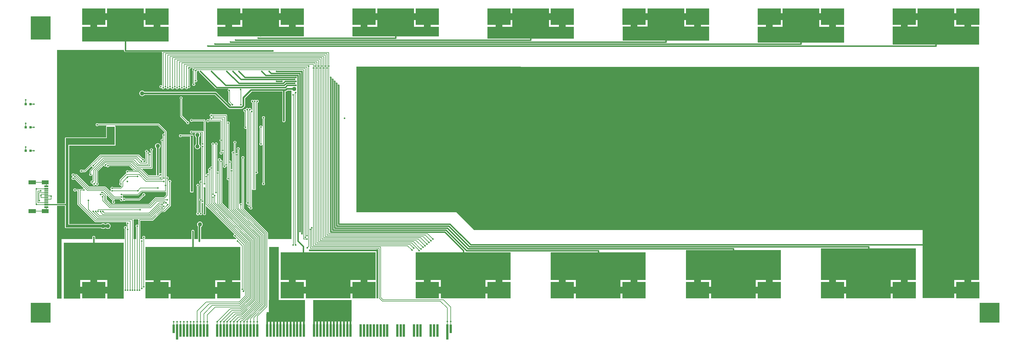
<source format=gtl>
G04*
G04 #@! TF.GenerationSoftware,Altium Limited,Altium Designer,18.1.7 (191)*
G04*
G04 Layer_Physical_Order=1*
G04 Layer_Color=255*
%FSLAX44Y44*%
%MOMM*%
G71*
G01*
G75*
%ADD11C,0.2000*%
%ADD13R,7.0000X5.0000*%
%ADD14R,0.8000X0.8000*%
%ADD15R,0.2000X0.6000*%
%ADD16R,0.6000X0.2000*%
%ADD17R,1.1500X0.6000*%
%ADD18R,1.1500X0.3000*%
%ADD19R,0.7000X3.8000*%
%ADD20R,0.7000X2.6000*%
%ADD21R,0.7000X4.6000*%
%ADD42C,0.5000*%
%ADD43C,0.4000*%
%ADD44C,0.3000*%
%ADD45R,1.4000X18.1000*%
%ADD46R,0.4000X0.6000*%
%ADD47R,0.6000X0.4000*%
%ADD48R,6.5000X0.3000*%
%ADD49R,49.3000X43.7000*%
%ADD50R,151.0000X49.0000*%
%ADD51R,2.0000X9.4000*%
%ADD52R,9.4000X2.0000*%
%ADD53R,9.6000X51.6000*%
%ADD54R,9.6000X46.1000*%
%ADD55R,0.6000X14.7000*%
%ADD56R,2.4000X5.1000*%
%ADD57R,20.3000X0.6000*%
%ADD58R,3.0000X16.5000*%
%ADD59R,10.8000X2.9000*%
%ADD60R,10.9000X6.5000*%
%ADD61R,11.6000X6.5000*%
%ADD62R,28.5000X9.6000*%
%ADD63R,28.5000X9.0000*%
%ADD64R,13.5000X6.0000*%
%ADD65R,28.5000X10.1000*%
%ADD66R,21.5000X2.0000*%
%ADD67R,2.0000X5.0000*%
%ADD68R,28.5000X8.4000*%
%ADD69R,11.0000X6.0000*%
%ADD70R,26.0000X5.4000*%
%ADD71R,14.0000X2.0000*%
%ADD72R,26.0000X4.8000*%
%ADD73R,26.0000X4.2000*%
%ADD74R,26.0000X3.6000*%
%ADD75R,26.0000X3.0000*%
%ADD76R,10.0000X2.0000*%
%ADD77R,26.0000X4.5000*%
%ADD78R,5.0000X10.6000*%
%ADD79R,18.0000X11.2000*%
%ADD80R,14.3000X2.1000*%
%ADD81R,2.0000X1.2000*%
%ADD82R,2.3000X1.2000*%
%ADD83R,6.0000X6.0000*%
%ADD84R,6.0000X7.0000*%
%ADD85C,0.5080*%
%ADD86C,0.4800*%
%ADD87C,1.2700*%
G36*
X845922Y1720000D02*
Y1718000D01*
X846232Y1716439D01*
X847116Y1715116D01*
X848439Y1714232D01*
X850000Y1713922D01*
X959185D01*
X959941Y1713000D01*
Y1614133D01*
X958671Y1613507D01*
X957717Y1614145D01*
X956000Y1614486D01*
X954283Y1614145D01*
X952828Y1613172D01*
X951855Y1611717D01*
X951514Y1610000D01*
X951855Y1608283D01*
X952828Y1606828D01*
X954283Y1605855D01*
X956000Y1605514D01*
X957717Y1605855D01*
X958451Y1605551D01*
X958945Y1605149D01*
X959828Y1603828D01*
X961283Y1602855D01*
X963000Y1602514D01*
X964717Y1602855D01*
X966172Y1603828D01*
X967145Y1605283D01*
X967167Y1605393D01*
X968283Y1605855D01*
X970000Y1605514D01*
X971717Y1605855D01*
X972451Y1605551D01*
X972945Y1605149D01*
X973828Y1603828D01*
X975283Y1602855D01*
X977000Y1602514D01*
X978717Y1602855D01*
X980172Y1603828D01*
X981145Y1605283D01*
X981167Y1605393D01*
X981381Y1605482D01*
X982543Y1605804D01*
X984000Y1605514D01*
X985717Y1605855D01*
X986451Y1605551D01*
X986945Y1605149D01*
X987828Y1603828D01*
X989283Y1602855D01*
X991000Y1602514D01*
X992717Y1602855D01*
X994172Y1603828D01*
X995145Y1605283D01*
X995166Y1605393D01*
X996283Y1605855D01*
X998000Y1605514D01*
X999392Y1605791D01*
X1000788Y1605283D01*
X1001761Y1603828D01*
X1003216Y1602855D01*
X1004933Y1602514D01*
X1006650Y1602855D01*
X1008105Y1603828D01*
X1008988Y1605149D01*
X1009482Y1605551D01*
X1010216Y1605855D01*
X1011933Y1605514D01*
X1013454Y1605816D01*
X1013998Y1605726D01*
X1014836Y1605378D01*
X1014855Y1605283D01*
X1015828Y1603828D01*
X1017283Y1602855D01*
X1019000Y1602514D01*
X1020717Y1602855D01*
X1022172Y1603828D01*
X1023145Y1605283D01*
X1024286Y1605841D01*
X1025933Y1605514D01*
X1027650Y1605855D01*
X1028766Y1605393D01*
X1028788Y1605283D01*
X1029761Y1603828D01*
X1031216Y1602855D01*
X1032933Y1602514D01*
X1034650Y1602855D01*
X1036105Y1603828D01*
X1037078Y1605283D01*
X1037099Y1605393D01*
X1037315Y1605482D01*
X1038476Y1605804D01*
X1039933Y1605514D01*
X1041650Y1605855D01*
X1043105Y1606828D01*
X1044078Y1608283D01*
X1044419Y1610000D01*
X1044078Y1611717D01*
X1043105Y1613172D01*
X1042992Y1613248D01*
Y1627663D01*
X1043059Y1628000D01*
Y1630000D01*
Y1662752D01*
X1043172Y1662828D01*
X1044145Y1664283D01*
X1044474Y1665941D01*
X1051169D01*
X1051628Y1665382D01*
X1051828Y1664172D01*
X1050855Y1662717D01*
X1050514Y1661000D01*
X1050855Y1659283D01*
X1051828Y1657828D01*
X1051941Y1657752D01*
Y1620248D01*
X1051828Y1620172D01*
X1050855Y1618717D01*
X1050514Y1617000D01*
X1050855Y1615283D01*
X1051828Y1613828D01*
X1053283Y1612855D01*
X1055000Y1612514D01*
X1056717Y1612855D01*
X1058172Y1613828D01*
X1059145Y1615283D01*
X1059486Y1617000D01*
X1059145Y1618717D01*
X1058172Y1620172D01*
X1058059Y1620248D01*
Y1623192D01*
X1059102Y1623873D01*
X1059329Y1623846D01*
X1061000Y1623514D01*
X1062717Y1623855D01*
X1064172Y1624828D01*
X1065145Y1626283D01*
X1065486Y1628000D01*
X1065145Y1629717D01*
X1064172Y1631172D01*
X1064059Y1631248D01*
Y1654752D01*
X1064172Y1654828D01*
X1065145Y1656283D01*
X1065474Y1657941D01*
X1069605D01*
X1070647Y1656671D01*
X1070514Y1656000D01*
X1070855Y1654283D01*
X1071828Y1652828D01*
X1073283Y1651855D01*
X1073400Y1651832D01*
X1120116Y1605116D01*
X1120116Y1605116D01*
X1121439Y1604232D01*
X1123000Y1603922D01*
X1158093D01*
X1158478Y1602652D01*
X1157761Y1602172D01*
X1156788Y1600717D01*
X1156447Y1599000D01*
X1156788Y1597283D01*
X1157761Y1595828D01*
X1158941Y1595039D01*
Y1565000D01*
X1159174Y1563829D01*
X1159837Y1562837D01*
X1159837Y1562837D01*
X1166540Y1556134D01*
X1166514Y1556000D01*
X1166855Y1554283D01*
X1167139Y1553858D01*
X1166460Y1552588D01*
X1163901D01*
X1123244Y1593244D01*
X1121756Y1594239D01*
X1120000Y1594588D01*
X907004D01*
X905955Y1595955D01*
X904211Y1597294D01*
X902180Y1598135D01*
X900000Y1598422D01*
X897820Y1598135D01*
X895789Y1597294D01*
X894045Y1595955D01*
X892706Y1594211D01*
X891865Y1592180D01*
X891578Y1590000D01*
X891865Y1587820D01*
X892706Y1585789D01*
X894045Y1584045D01*
X895789Y1582706D01*
X897820Y1581865D01*
X900000Y1581578D01*
X902180Y1581865D01*
X904211Y1582706D01*
X905955Y1584045D01*
X907004Y1585412D01*
X1118100D01*
X1158756Y1544756D01*
X1160244Y1543761D01*
X1162000Y1543412D01*
X1199000D01*
X1200756Y1543761D01*
X1202244Y1544756D01*
X1207244Y1549756D01*
X1208239Y1551244D01*
X1208588Y1553000D01*
Y1575099D01*
X1228901Y1595412D01*
X1320412D01*
Y1508000D01*
X1320761Y1506244D01*
X1321756Y1504756D01*
X1323244Y1503761D01*
X1325000Y1503412D01*
X1326756Y1503761D01*
X1328244Y1504756D01*
X1329239Y1506244D01*
X1329588Y1508000D01*
Y1595412D01*
X1331000D01*
X1332756Y1595761D01*
X1334244Y1596756D01*
X1335901Y1598412D01*
X1348000D01*
X1348000Y1522933D01*
X1348000Y1153000D01*
X1277059Y1153000D01*
Y1171000D01*
X1276826Y1172171D01*
X1276163Y1173163D01*
X1276163Y1173163D01*
X1205059Y1244267D01*
Y1393752D01*
X1205172Y1393828D01*
X1206145Y1395283D01*
X1206486Y1397000D01*
X1206145Y1398717D01*
X1205172Y1400172D01*
X1203717Y1401145D01*
X1202000Y1401486D01*
X1200283Y1401145D01*
X1198828Y1400172D01*
X1197855Y1398717D01*
X1197514Y1397000D01*
X1197855Y1395283D01*
X1198828Y1393828D01*
X1198941Y1393752D01*
Y1260808D01*
X1197898Y1260127D01*
X1197671Y1260154D01*
X1196000Y1260486D01*
X1194283Y1260145D01*
X1192828Y1259172D01*
X1192329Y1258425D01*
X1191059Y1258811D01*
Y1420752D01*
X1191172Y1420828D01*
X1192145Y1422283D01*
X1192486Y1424000D01*
X1192145Y1425717D01*
X1191172Y1427172D01*
X1189717Y1428145D01*
X1188000Y1428486D01*
X1186283Y1428145D01*
X1184828Y1427172D01*
X1183855Y1425717D01*
X1183514Y1424000D01*
X1183855Y1422283D01*
X1184828Y1420828D01*
X1184941Y1420752D01*
Y1411395D01*
X1183671Y1410353D01*
X1183000Y1410486D01*
X1182329Y1410353D01*
X1181059Y1411395D01*
Y1439752D01*
X1181172Y1439828D01*
X1182145Y1441283D01*
X1182486Y1443000D01*
X1182145Y1444717D01*
X1181172Y1446172D01*
X1179717Y1447145D01*
X1178000Y1447486D01*
X1176283Y1447145D01*
X1174828Y1446172D01*
X1173855Y1444717D01*
X1173514Y1443000D01*
X1173855Y1441283D01*
X1174828Y1439828D01*
X1174941Y1439752D01*
Y1417395D01*
X1173671Y1416353D01*
X1173000Y1416486D01*
X1171283Y1416145D01*
X1169828Y1415172D01*
X1168855Y1413717D01*
X1168514Y1412000D01*
X1168855Y1410283D01*
X1169828Y1408828D01*
X1169941Y1408752D01*
Y1363395D01*
X1168671Y1362353D01*
X1168000Y1362486D01*
X1167329Y1362353D01*
X1166059Y1363395D01*
Y1380752D01*
X1166172Y1380828D01*
X1167145Y1382283D01*
X1167486Y1384000D01*
X1167145Y1385717D01*
X1166172Y1387172D01*
X1164717Y1388145D01*
X1163000Y1388486D01*
X1162329Y1388353D01*
X1161059Y1389395D01*
Y1497752D01*
X1161172Y1497828D01*
X1162145Y1499283D01*
X1162486Y1501000D01*
X1162145Y1502717D01*
X1161172Y1504172D01*
X1159717Y1505145D01*
X1158000Y1505486D01*
X1156283Y1505145D01*
X1156112Y1505030D01*
X1154992Y1505629D01*
Y1524000D01*
X1154759Y1525170D01*
X1154096Y1526163D01*
X1153103Y1526826D01*
X1151933Y1527059D01*
X1110248D01*
X1110172Y1527172D01*
X1108717Y1528145D01*
X1107000Y1528486D01*
X1105283Y1528145D01*
X1103828Y1527172D01*
X1102855Y1525717D01*
X1102514Y1524000D01*
X1102855Y1522283D01*
X1103828Y1520828D01*
X1105283Y1519855D01*
X1106328Y1519647D01*
Y1518353D01*
X1105283Y1518145D01*
X1104882Y1517876D01*
X1104796Y1517859D01*
X1103804Y1517196D01*
X1103141Y1516204D01*
X1103123Y1516118D01*
X1102855Y1515717D01*
X1102514Y1514000D01*
X1102846Y1512329D01*
X1102873Y1512102D01*
X1102192Y1511059D01*
X1100267D01*
X1100210Y1511116D01*
X1100172Y1511172D01*
X1098717Y1512145D01*
X1097000Y1512486D01*
X1095283Y1512145D01*
X1093828Y1511172D01*
X1092855Y1509717D01*
X1092514Y1508000D01*
X1092855Y1506283D01*
X1093828Y1504828D01*
X1095283Y1503855D01*
X1097000Y1503514D01*
X1098717Y1503855D01*
X1100172Y1504828D01*
X1100248Y1504941D01*
X1133941D01*
Y1482337D01*
X1133874Y1482000D01*
X1133874Y1482000D01*
Y1452506D01*
X1133375Y1452172D01*
X1132402Y1450717D01*
X1132061Y1449000D01*
X1132402Y1447283D01*
X1133375Y1445828D01*
X1133874Y1445494D01*
Y1414203D01*
X1133828Y1414172D01*
X1132855Y1412717D01*
X1132514Y1411000D01*
X1132855Y1409283D01*
X1133828Y1407828D01*
X1135283Y1406855D01*
X1137000Y1406514D01*
X1138717Y1406855D01*
X1140172Y1407828D01*
X1141145Y1409283D01*
X1141486Y1411000D01*
X1141145Y1412717D01*
X1140637Y1413477D01*
X1141401Y1414620D01*
X1141933Y1414514D01*
X1142604Y1414647D01*
X1143874Y1413605D01*
Y1374248D01*
X1143761Y1374172D01*
X1142788Y1372717D01*
X1142447Y1371000D01*
X1142788Y1369283D01*
X1143761Y1367828D01*
X1145216Y1366855D01*
X1146933Y1366514D01*
X1148650Y1366855D01*
X1150105Y1367828D01*
X1151078Y1369283D01*
X1151289Y1370347D01*
X1151933Y1371514D01*
X1153650Y1371855D01*
X1153821Y1371970D01*
X1154941Y1371371D01*
Y1337248D01*
X1154828Y1337172D01*
X1153855Y1335717D01*
X1153514Y1334000D01*
X1153855Y1332283D01*
X1154828Y1330828D01*
X1156283Y1329855D01*
X1158000Y1329514D01*
X1158671Y1329647D01*
X1159941Y1328605D01*
Y1243044D01*
X1158768Y1242558D01*
X1140059Y1261267D01*
X1140059Y1382797D01*
X1140105Y1382828D01*
X1141078Y1384283D01*
X1141419Y1386000D01*
X1141078Y1387717D01*
X1140105Y1389172D01*
X1138650Y1390145D01*
X1137586Y1390356D01*
X1136750Y1390817D01*
X1136289Y1391653D01*
X1136078Y1392717D01*
X1135105Y1394172D01*
X1133650Y1395145D01*
X1131933Y1395486D01*
X1130216Y1395145D01*
X1128761Y1394172D01*
X1127788Y1392717D01*
X1127447Y1391000D01*
X1127788Y1389283D01*
X1128761Y1387828D01*
X1128941Y1387707D01*
Y1356395D01*
X1127671Y1355353D01*
X1127000Y1355486D01*
X1126329Y1355353D01*
X1125059Y1356395D01*
Y1434752D01*
X1125172Y1434828D01*
X1126145Y1436283D01*
X1126486Y1438000D01*
X1126145Y1439717D01*
X1125172Y1441172D01*
X1123717Y1442145D01*
X1122000Y1442486D01*
X1120283Y1442145D01*
X1118828Y1441172D01*
X1117855Y1439717D01*
X1117647Y1438672D01*
X1116353D01*
X1116145Y1439717D01*
X1115172Y1441172D01*
X1113717Y1442145D01*
X1112000Y1442486D01*
X1110283Y1442145D01*
X1108828Y1441172D01*
X1107855Y1439717D01*
X1107514Y1438000D01*
X1107855Y1436283D01*
X1108828Y1434828D01*
X1108941Y1434752D01*
Y1371395D01*
X1107671Y1370353D01*
X1107000Y1370486D01*
X1105283Y1370145D01*
X1103828Y1369172D01*
X1102855Y1367717D01*
X1102514Y1366000D01*
X1101347Y1365356D01*
X1100283Y1365145D01*
X1098828Y1364172D01*
X1097855Y1362717D01*
X1097514Y1361000D01*
X1097855Y1359283D01*
X1098828Y1357828D01*
X1098941Y1357752D01*
Y1351395D01*
X1097671Y1350353D01*
X1097000Y1350486D01*
X1095283Y1350145D01*
X1093828Y1349172D01*
X1092855Y1347717D01*
X1092644Y1346653D01*
X1092299Y1346028D01*
X1091079Y1345791D01*
X1090059Y1346631D01*
Y1508000D01*
X1090059Y1508000D01*
X1089826Y1509171D01*
X1089163Y1510163D01*
X1089163Y1510163D01*
X1088163Y1511163D01*
X1087170Y1511826D01*
X1086000Y1512059D01*
X1086000Y1512059D01*
X1055000D01*
X1055000Y1512059D01*
X1051181D01*
X1051105Y1512172D01*
X1049650Y1513145D01*
X1047933Y1513486D01*
X1046216Y1513145D01*
X1044761Y1512172D01*
X1043788Y1510717D01*
X1043447Y1509000D01*
X1043788Y1507283D01*
X1044761Y1505828D01*
X1046216Y1504855D01*
X1047933Y1504514D01*
X1049650Y1504855D01*
X1051105Y1505828D01*
X1051181Y1505941D01*
X1083941D01*
Y1477110D01*
X1082671Y1476491D01*
X1082171Y1476826D01*
X1081000Y1477059D01*
X1051248D01*
X1051172Y1477172D01*
X1049717Y1478145D01*
X1048000Y1478486D01*
X1046283Y1478145D01*
X1044828Y1477172D01*
X1043855Y1475717D01*
X1043514Y1474000D01*
X1043855Y1472283D01*
X1044828Y1470828D01*
X1046283Y1469855D01*
X1048000Y1469514D01*
X1049717Y1469855D01*
X1051172Y1470828D01*
X1051248Y1470941D01*
X1058598D01*
X1059160Y1469802D01*
X1058706Y1469211D01*
X1057865Y1467180D01*
X1057578Y1465000D01*
X1057865Y1462820D01*
X1058706Y1460789D01*
X1060045Y1459045D01*
X1061412Y1457996D01*
Y1438004D01*
X1060045Y1436955D01*
X1058706Y1435211D01*
X1057865Y1433180D01*
X1057578Y1431000D01*
X1057865Y1428820D01*
X1058706Y1426789D01*
X1060045Y1425045D01*
X1061789Y1423706D01*
X1063820Y1422865D01*
X1066000Y1422578D01*
X1068180Y1422865D01*
X1070211Y1423706D01*
X1071955Y1425045D01*
X1073294Y1426789D01*
X1074135Y1428820D01*
X1074422Y1431000D01*
X1074135Y1433180D01*
X1073294Y1435211D01*
X1071955Y1436955D01*
X1070588Y1438004D01*
Y1457996D01*
X1071955Y1459045D01*
X1073294Y1460789D01*
X1074135Y1462820D01*
X1074422Y1465000D01*
X1074135Y1467180D01*
X1073294Y1469211D01*
X1072840Y1469802D01*
X1073402Y1470941D01*
X1077941D01*
Y1441248D01*
X1077828Y1441172D01*
X1076855Y1439717D01*
X1076514Y1438000D01*
X1076855Y1436283D01*
X1077828Y1434828D01*
Y1434172D01*
X1076855Y1432717D01*
X1076514Y1431000D01*
X1076855Y1429283D01*
X1077828Y1427828D01*
X1077941Y1427752D01*
Y1329395D01*
X1076671Y1328353D01*
X1076000Y1328486D01*
X1074283Y1328145D01*
X1072828Y1327172D01*
X1071855Y1325717D01*
X1071514Y1324000D01*
X1071855Y1322283D01*
X1072828Y1320828D01*
X1072941Y1320752D01*
Y1274248D01*
X1072828Y1274172D01*
X1071855Y1272717D01*
X1071514Y1271000D01*
X1071855Y1269283D01*
X1072828Y1267828D01*
X1072941Y1267752D01*
Y1232461D01*
X1072016Y1231457D01*
X1070780Y1231515D01*
X1070273Y1232273D01*
X1070059Y1232416D01*
Y1310752D01*
X1070172Y1310828D01*
X1071145Y1312283D01*
X1071486Y1314000D01*
X1071145Y1315717D01*
X1070172Y1317172D01*
X1068717Y1318145D01*
X1067000Y1318486D01*
X1065283Y1318145D01*
X1063828Y1317172D01*
X1062855Y1315717D01*
X1062514Y1314000D01*
X1062855Y1312283D01*
X1063828Y1310828D01*
X1063941Y1310752D01*
Y1232416D01*
X1063727Y1232273D01*
X1062723Y1230771D01*
X1062371Y1229000D01*
X1062723Y1227229D01*
X1063727Y1225727D01*
X1065229Y1224723D01*
X1067000Y1224371D01*
X1068771Y1224723D01*
X1070273Y1225727D01*
X1070820Y1226546D01*
X1072340Y1226558D01*
X1072828Y1225828D01*
X1074283Y1224855D01*
X1076000Y1224514D01*
X1077717Y1224855D01*
X1079172Y1225828D01*
X1080145Y1227283D01*
X1080486Y1229000D01*
X1080145Y1230717D01*
X1079172Y1232172D01*
X1079059Y1232248D01*
Y1260605D01*
X1080329Y1261647D01*
X1081000Y1261514D01*
X1081652Y1261643D01*
X1082922Y1260601D01*
Y1230816D01*
X1082855Y1230717D01*
X1082514Y1229000D01*
X1082855Y1227283D01*
X1083828Y1225828D01*
X1085283Y1224855D01*
X1087000Y1224514D01*
X1088717Y1224855D01*
X1090172Y1225828D01*
X1091145Y1227283D01*
X1091486Y1229000D01*
X1091145Y1230717D01*
X1091078Y1230816D01*
Y1251937D01*
X1092252Y1252423D01*
X1100837Y1243837D01*
X1176325Y1168349D01*
X1175954Y1166925D01*
X1174828Y1166172D01*
X1173855Y1164717D01*
X1173514Y1163000D01*
X1173855Y1161283D01*
X1174828Y1159828D01*
X1176283Y1158855D01*
X1178000Y1158514D01*
X1178134Y1158540D01*
X1182501Y1154173D01*
X1182015Y1153000D01*
X1076588D01*
Y1189448D01*
X1077211Y1189706D01*
X1078955Y1191045D01*
X1080294Y1192789D01*
X1081135Y1194820D01*
X1081422Y1197000D01*
X1081135Y1199180D01*
X1080294Y1201211D01*
X1078955Y1202955D01*
X1077211Y1204294D01*
X1075180Y1205135D01*
X1073000Y1205422D01*
X1070820Y1205135D01*
X1068789Y1204294D01*
X1067045Y1202955D01*
X1065706Y1201211D01*
X1064865Y1199180D01*
X1064578Y1197000D01*
X1064865Y1194820D01*
X1065706Y1192789D01*
X1067045Y1191045D01*
X1067412Y1190763D01*
Y1153000D01*
X1056078D01*
Y1174184D01*
X1056145Y1174283D01*
X1056486Y1176000D01*
X1056145Y1177717D01*
X1055172Y1179172D01*
X1053717Y1180145D01*
X1052000Y1180486D01*
X1050283Y1180145D01*
X1048828Y1179172D01*
X1047855Y1177717D01*
X1047514Y1176000D01*
X1047855Y1174283D01*
X1047922Y1174184D01*
Y1153000D01*
X908059Y1153000D01*
Y1154752D01*
X908172Y1154828D01*
X909145Y1156283D01*
X909486Y1158000D01*
X909145Y1159717D01*
X908172Y1161172D01*
X906717Y1162145D01*
X905000Y1162486D01*
X903283Y1162145D01*
X901828Y1161172D01*
X900855Y1159717D01*
X900514Y1158000D01*
X900855Y1156283D01*
X901828Y1154828D01*
X901941Y1154752D01*
Y1153000D01*
X895059D01*
Y1207941D01*
X931000D01*
X931000Y1207941D01*
X932170Y1208174D01*
X933163Y1208837D01*
X958267Y1233941D01*
X966000D01*
X966000Y1233941D01*
X967170Y1234174D01*
X968163Y1234837D01*
X985163Y1251837D01*
X985163Y1251837D01*
X985826Y1252829D01*
X986059Y1254000D01*
Y1322752D01*
X986172Y1322828D01*
X987145Y1324283D01*
X987486Y1326000D01*
X987145Y1327717D01*
X986172Y1329172D01*
X984717Y1330145D01*
X983000Y1330486D01*
X981283Y1330145D01*
X979828Y1329172D01*
X979329Y1328425D01*
X978059Y1328811D01*
Y1332752D01*
X978172Y1332828D01*
X979145Y1334283D01*
X979486Y1336000D01*
X979145Y1337717D01*
X978172Y1339172D01*
X976717Y1340145D01*
X975000Y1340486D01*
X974329Y1340353D01*
X973059Y1341395D01*
Y1475000D01*
X972826Y1476171D01*
X972163Y1477163D01*
X951163Y1498163D01*
X950171Y1498826D01*
X949000Y1499059D01*
X949000Y1499059D01*
X768248D01*
X768172Y1499172D01*
X766717Y1500145D01*
X765000Y1500486D01*
X763283Y1500145D01*
X761828Y1499172D01*
X760855Y1497717D01*
X760514Y1496000D01*
X760855Y1494283D01*
X761828Y1492828D01*
X763283Y1491855D01*
X765000Y1491514D01*
X766717Y1491855D01*
X768172Y1492828D01*
X768248Y1492941D01*
X792521D01*
X792901Y1491671D01*
X792558Y1491442D01*
X792116Y1490780D01*
X791961Y1490000D01*
Y1458039D01*
X671000D01*
X670220Y1457884D01*
X669558Y1457442D01*
X669116Y1456780D01*
X668961Y1456000D01*
X668961Y1260039D01*
X645000D01*
X645000Y1720000D01*
X845922D01*
D02*
G37*
G36*
X966941Y1473733D02*
Y1470395D01*
X965671Y1469353D01*
X965000Y1469486D01*
X963283Y1469145D01*
X961828Y1468172D01*
X960855Y1466717D01*
X960514Y1465000D01*
X960855Y1463283D01*
X961828Y1461828D01*
X961941Y1461752D01*
Y1454395D01*
X960671Y1453353D01*
X960000Y1453486D01*
X958283Y1453145D01*
X956828Y1452172D01*
X955855Y1450717D01*
X955514Y1449000D01*
X955855Y1447283D01*
X956828Y1445828D01*
X956941Y1445752D01*
Y1351395D01*
X955671Y1350353D01*
X955000Y1350486D01*
X953283Y1350145D01*
X952858Y1349861D01*
X951588Y1350540D01*
Y1424996D01*
X952955Y1426045D01*
X954294Y1427789D01*
X955135Y1429820D01*
X955422Y1432000D01*
X955135Y1434180D01*
X954294Y1436211D01*
X952955Y1437955D01*
X951211Y1439294D01*
X949180Y1440135D01*
X947000Y1440422D01*
X944820Y1440135D01*
X942789Y1439294D01*
X941045Y1437955D01*
X939706Y1436211D01*
X938865Y1434180D01*
X938578Y1432000D01*
X938865Y1429820D01*
X939706Y1427789D01*
X941045Y1426045D01*
X942412Y1424996D01*
Y1346000D01*
X942545Y1345329D01*
X941503Y1344059D01*
X919267D01*
X900558Y1362768D01*
X901044Y1363941D01*
X928000D01*
X929171Y1364174D01*
X930163Y1364837D01*
X930826Y1365829D01*
X931059Y1367000D01*
Y1417752D01*
X931172Y1417828D01*
X932145Y1419283D01*
X932486Y1421000D01*
X932145Y1422717D01*
X931172Y1424172D01*
X929717Y1425145D01*
X928000Y1425486D01*
X926283Y1425145D01*
X924828Y1424172D01*
X923855Y1422717D01*
X923514Y1421000D01*
X923855Y1419283D01*
X924828Y1417828D01*
X924941Y1417752D01*
Y1411631D01*
X923921Y1410791D01*
X922701Y1411027D01*
X922356Y1411653D01*
X922145Y1412717D01*
X921172Y1414172D01*
X919717Y1415145D01*
X918653Y1415356D01*
X917486Y1416000D01*
X917145Y1417717D01*
X916172Y1419172D01*
X914717Y1420145D01*
X913000Y1420486D01*
X911283Y1420145D01*
X909828Y1419172D01*
X908855Y1417717D01*
X908514Y1416000D01*
X908855Y1414283D01*
X909828Y1412828D01*
X909941Y1412752D01*
Y1384059D01*
X903632D01*
X902792Y1385079D01*
X903027Y1386299D01*
X903653Y1386644D01*
X904717Y1386855D01*
X906172Y1387828D01*
X907145Y1389283D01*
X907486Y1391000D01*
X907145Y1392717D01*
X906172Y1394172D01*
X904717Y1395145D01*
X903000Y1395486D01*
X902032Y1395294D01*
X892163Y1405163D01*
X891171Y1405826D01*
X890000Y1406059D01*
X890000Y1406059D01*
X775000D01*
X773829Y1405826D01*
X772837Y1405163D01*
X772837Y1405163D01*
X727733Y1360059D01*
X721416D01*
X721273Y1360273D01*
X719771Y1361277D01*
X718000Y1361629D01*
X716229Y1361277D01*
X714727Y1360273D01*
X713723Y1358771D01*
X713371Y1357000D01*
X713723Y1355229D01*
X714727Y1353727D01*
X716229Y1352723D01*
X718000Y1352371D01*
X719771Y1352723D01*
X721273Y1353727D01*
X721416Y1353941D01*
X729000D01*
X729000Y1353941D01*
X730171Y1354174D01*
X731163Y1354837D01*
X747532Y1371206D01*
X748975Y1370853D01*
X749727Y1369727D01*
X751229Y1368723D01*
X751540Y1368661D01*
X751958Y1367283D01*
X743837Y1359163D01*
X743174Y1358170D01*
X742941Y1357000D01*
X742941Y1357000D01*
Y1350416D01*
X742727Y1350273D01*
X741723Y1348771D01*
X741371Y1347000D01*
X741723Y1345229D01*
X742727Y1343727D01*
X744229Y1342723D01*
X746000Y1342371D01*
X747771Y1342723D01*
X749273Y1343727D01*
X750277Y1345229D01*
X750556Y1346634D01*
X751826Y1346509D01*
Y1329304D01*
X750872Y1328455D01*
X750000Y1328629D01*
X748229Y1328277D01*
X746727Y1327273D01*
X745723Y1325771D01*
X745371Y1324000D01*
X745723Y1322229D01*
X746727Y1320727D01*
X748229Y1319723D01*
X750000Y1319371D01*
X750521Y1319475D01*
X751419Y1318577D01*
X751304Y1318000D01*
X751656Y1316229D01*
X752660Y1314727D01*
X754162Y1313723D01*
X755933Y1313371D01*
X757704Y1313723D01*
X759206Y1314727D01*
X759703Y1315470D01*
X761230D01*
X761727Y1314727D01*
X763229Y1313723D01*
X765000Y1313371D01*
X766771Y1313723D01*
X768273Y1314727D01*
X769277Y1316229D01*
X769629Y1318000D01*
X769277Y1319771D01*
X768273Y1321273D01*
X768059Y1321416D01*
Y1356733D01*
X784476Y1373150D01*
X785934Y1372812D01*
X786660Y1371727D01*
X788161Y1370723D01*
X789933Y1370371D01*
X791704Y1370723D01*
X791891Y1370848D01*
X792656Y1371229D01*
X793660Y1369727D01*
X795162Y1368723D01*
X796933Y1368371D01*
X798704Y1368723D01*
X800206Y1369727D01*
X801209Y1371229D01*
X801351Y1371941D01*
X861733D01*
X874442Y1359232D01*
X873956Y1358059D01*
X859416D01*
X859273Y1358273D01*
X857771Y1359277D01*
X856000Y1359629D01*
X854229Y1359277D01*
X852727Y1358273D01*
X851723Y1356771D01*
X851371Y1355000D01*
X851723Y1353229D01*
X852727Y1351727D01*
X853323Y1351329D01*
X853030Y1350177D01*
X852952Y1350049D01*
X851830Y1349826D01*
X850837Y1349163D01*
X850837Y1349163D01*
X843935Y1342260D01*
X843935Y1342260D01*
X833837Y1332163D01*
X833837Y1332163D01*
X833174Y1331171D01*
X832941Y1330000D01*
X832941Y1330000D01*
Y1321416D01*
X832727Y1321273D01*
X831723Y1319771D01*
X831371Y1318000D01*
X831723Y1316229D01*
X832727Y1314727D01*
X834229Y1313723D01*
X836000Y1313371D01*
X837305Y1313631D01*
X838499Y1312877D01*
X838590Y1311983D01*
X834666Y1308059D01*
X813349D01*
X813206Y1308273D01*
X811704Y1309277D01*
X809933Y1309629D01*
X808161Y1309277D01*
X806660Y1308273D01*
X805656Y1306771D01*
X805304Y1305000D01*
X805656Y1303229D01*
X806660Y1301727D01*
Y1301273D01*
X805656Y1299771D01*
X805304Y1298000D01*
X805598Y1296524D01*
X804543Y1295782D01*
X791163Y1309163D01*
X790171Y1309826D01*
X789000Y1310059D01*
X789000Y1310059D01*
X741267D01*
X704163Y1347163D01*
X703170Y1347826D01*
X702000Y1348059D01*
X702000Y1348059D01*
X696416D01*
X696273Y1348273D01*
X694771Y1349277D01*
X693000Y1349629D01*
X691229Y1349277D01*
X689727Y1348273D01*
X688723Y1346771D01*
X688371Y1345000D01*
X688723Y1343229D01*
X689727Y1341727D01*
X691229Y1340723D01*
X691610Y1340647D01*
Y1339353D01*
X691229Y1339277D01*
X689727Y1338273D01*
X688723Y1336771D01*
X688371Y1335000D01*
X688723Y1333229D01*
X689727Y1331727D01*
X691229Y1330723D01*
X693000Y1330371D01*
X694771Y1330723D01*
X696273Y1331727D01*
X696416Y1331941D01*
X698733D01*
X724811Y1305863D01*
X724374Y1304504D01*
X723229Y1304277D01*
X721727Y1303273D01*
X721584Y1303059D01*
X714000D01*
X712830Y1302826D01*
X711837Y1302163D01*
X711163D01*
X710171Y1302826D01*
X709000Y1303059D01*
X701416D01*
X701273Y1303273D01*
X699771Y1304277D01*
X698000Y1304629D01*
X696229Y1304277D01*
X694727Y1303273D01*
X693723Y1301771D01*
X693371Y1300000D01*
X693723Y1298229D01*
X694727Y1296727D01*
X696229Y1295723D01*
X698000Y1295371D01*
X699771Y1295723D01*
X701273Y1296727D01*
X701416Y1296941D01*
X705941D01*
Y1258000D01*
X705941Y1258000D01*
X706174Y1256830D01*
X706837Y1255837D01*
X757837Y1204837D01*
X757837Y1204837D01*
X758829Y1204174D01*
X760000Y1203941D01*
X760000Y1203941D01*
X852646D01*
X853325Y1202671D01*
X852723Y1201771D01*
X852371Y1200000D01*
X852723Y1198229D01*
X853727Y1196727D01*
X853941Y1196584D01*
Y1191133D01*
X852671Y1190507D01*
X851717Y1191145D01*
X850000Y1191486D01*
X848283Y1191145D01*
X846828Y1190172D01*
X845855Y1188717D01*
X845514Y1187000D01*
X845855Y1185283D01*
X846828Y1183828D01*
X846941Y1183752D01*
Y1153000D01*
X759078Y1153000D01*
Y1155932D01*
X759277Y1156229D01*
X759629Y1158000D01*
X759277Y1159771D01*
X758273Y1161273D01*
X756771Y1162277D01*
X755000Y1162629D01*
X753229Y1162277D01*
X751727Y1161273D01*
X750723Y1159771D01*
X750371Y1158000D01*
X750723Y1156229D01*
X750922Y1155932D01*
Y1153000D01*
X645000D01*
Y1252961D01*
X668961D01*
X668961Y1188000D01*
X669116Y1187220D01*
X669558Y1186558D01*
X670220Y1186116D01*
X671000Y1185961D01*
X675000Y1185961D01*
X675000Y1185961D01*
X777154Y1185961D01*
X778789Y1184706D01*
X780820Y1183865D01*
X783000Y1183578D01*
X785180Y1183865D01*
X787211Y1184706D01*
X788846Y1185961D01*
X791154D01*
X792789Y1184706D01*
X794820Y1183865D01*
X797000Y1183578D01*
X799180Y1183865D01*
X801211Y1184706D01*
X802955Y1186045D01*
X804294Y1187789D01*
X805135Y1189820D01*
X805422Y1192000D01*
X805135Y1194180D01*
X804294Y1196211D01*
X802955Y1197955D01*
X801211Y1199294D01*
X799180Y1200135D01*
X797000Y1200422D01*
X794820Y1200135D01*
X792789Y1199294D01*
X791154Y1198039D01*
X788846D01*
X787211Y1199294D01*
X785180Y1200135D01*
X783000Y1200422D01*
X780820Y1200135D01*
X778789Y1199294D01*
X777154Y1198039D01*
X681040Y1198039D01*
X681039Y1432961D01*
X818000D01*
X818780Y1433116D01*
X819442Y1433558D01*
X819884Y1434220D01*
X820039Y1435000D01*
Y1456000D01*
Y1490000D01*
X819884Y1490780D01*
X819442Y1491442D01*
X819099Y1491671D01*
X819479Y1492941D01*
X947733D01*
X966941Y1473733D01*
D02*
G37*
G36*
X971941Y1293278D02*
Y1285267D01*
X964766Y1278092D01*
X940966D01*
X939796Y1277859D01*
X938804Y1277196D01*
X938804Y1277196D01*
X919666Y1258059D01*
X886000D01*
X886000Y1258059D01*
X886000Y1258059D01*
X808267D01*
X793992Y1272334D01*
Y1283886D01*
X795262Y1284413D01*
X810874Y1268800D01*
Y1267416D01*
X810660Y1267273D01*
X809656Y1265771D01*
X809304Y1264000D01*
X809656Y1262229D01*
X810660Y1260727D01*
X812161Y1259723D01*
X813933Y1259371D01*
X815704Y1259723D01*
X817206Y1260727D01*
X818210Y1262229D01*
X818562Y1264000D01*
X818210Y1265771D01*
X817206Y1267273D01*
X816992Y1267416D01*
Y1270067D01*
X816992Y1270067D01*
X816872Y1270671D01*
X817700Y1271941D01*
X832470D01*
X833371Y1271000D01*
X833723Y1269229D01*
X834727Y1267727D01*
X836229Y1266723D01*
X838000Y1266371D01*
X839771Y1266723D01*
X841273Y1267727D01*
X841570Y1268172D01*
X842727Y1268727D01*
X843159Y1268438D01*
X844229Y1267723D01*
X846000Y1267371D01*
X847771Y1267723D01*
X849273Y1268727D01*
X849416Y1268941D01*
X891000D01*
X891000Y1268941D01*
X892170Y1269174D01*
X893163Y1269837D01*
X904747Y1281421D01*
X905000Y1281371D01*
X906771Y1281723D01*
X908273Y1282727D01*
X909277Y1284229D01*
X909629Y1286000D01*
X909277Y1287771D01*
X908273Y1289273D01*
X906771Y1290277D01*
X905000Y1290629D01*
X903229Y1290277D01*
X901727Y1289273D01*
X900723Y1287771D01*
X900371Y1286000D01*
X900421Y1285747D01*
X889733Y1275059D01*
X849416D01*
X849273Y1275273D01*
X847771Y1276277D01*
X846000Y1276629D01*
X844229Y1276277D01*
X842883Y1275377D01*
X842053Y1275515D01*
X841813Y1275601D01*
X841598Y1276214D01*
X842277Y1277229D01*
X842629Y1279000D01*
X842277Y1280771D01*
X841273Y1282273D01*
X841739Y1283441D01*
X842199Y1283941D01*
X888000D01*
X888000Y1283941D01*
X889171Y1284174D01*
X890163Y1284837D01*
X899267Y1293941D01*
X970000D01*
X970671Y1294075D01*
X971941Y1293278D01*
D02*
G37*
G36*
X888941Y1211000D02*
Y1196133D01*
X887671Y1195507D01*
X886717Y1196145D01*
X885000Y1196486D01*
X883283Y1196145D01*
X881828Y1195172D01*
X880855Y1193717D01*
X880514Y1192000D01*
X880855Y1190283D01*
X881828Y1188828D01*
X881941Y1188752D01*
Y1153000D01*
X874059D01*
Y1211000D01*
X874831Y1211941D01*
X888169D01*
X888941Y1211000D01*
D02*
G37*
G36*
X679000Y1196000D02*
X799000Y1196000D01*
Y1188000D01*
X675000Y1188000D01*
Y1188000D01*
X671000Y1188000D01*
X671000Y1456000D01*
X679000D01*
X679000Y1196000D01*
D02*
G37*
G36*
X1920000Y1180000D02*
X1895000D01*
X1835000Y1240000D01*
X1920000D01*
Y1180000D01*
D02*
G37*
%LPC*%
G36*
X1245000Y1570486D02*
X1243283Y1570145D01*
X1241828Y1569172D01*
X1240687Y1569452D01*
X1239650Y1570145D01*
X1237933Y1570486D01*
X1236216Y1570145D01*
X1234761Y1569172D01*
X1234105D01*
X1232650Y1570145D01*
X1230933Y1570486D01*
X1229216Y1570145D01*
X1227761Y1569172D01*
X1226788Y1567717D01*
X1226447Y1566000D01*
X1226788Y1564283D01*
X1227761Y1562828D01*
X1229216Y1561855D01*
X1229885Y1561722D01*
X1229941Y1561666D01*
Y1541361D01*
X1229287Y1540835D01*
X1227720Y1541046D01*
X1227332Y1541563D01*
X1227419Y1542000D01*
X1227078Y1543717D01*
X1226105Y1545172D01*
X1224650Y1546145D01*
X1222933Y1546486D01*
X1221216Y1546145D01*
X1219761Y1545172D01*
X1219700Y1545081D01*
X1218173D01*
X1218163Y1545096D01*
X1218143Y1545116D01*
X1218105Y1545172D01*
X1216650Y1546145D01*
X1214933Y1546486D01*
X1213216Y1546145D01*
X1211761Y1545172D01*
X1210788Y1543717D01*
X1210647Y1543006D01*
X1209654Y1542148D01*
X1209293Y1542216D01*
X1207933Y1542486D01*
X1206216Y1542145D01*
X1204761Y1541172D01*
X1203788Y1539717D01*
X1203447Y1538000D01*
X1203788Y1536283D01*
X1204761Y1534828D01*
X1206216Y1533855D01*
X1206941Y1533711D01*
Y1491248D01*
X1206828Y1491172D01*
X1205855Y1489717D01*
X1205514Y1488000D01*
X1205855Y1486283D01*
X1206828Y1484828D01*
X1208283Y1483855D01*
X1210000Y1483514D01*
X1211671Y1483846D01*
X1211898Y1483873D01*
X1212941Y1483192D01*
Y1264248D01*
X1212828Y1264172D01*
X1211855Y1262717D01*
X1211514Y1261000D01*
X1211855Y1259283D01*
X1212828Y1257828D01*
X1214283Y1256855D01*
X1216000Y1256514D01*
X1216671Y1256647D01*
X1217941Y1255605D01*
Y1254248D01*
X1217828Y1254172D01*
X1216855Y1252717D01*
X1216514Y1251000D01*
X1216855Y1249283D01*
X1217828Y1247828D01*
X1219283Y1246855D01*
X1220347Y1246644D01*
X1221183Y1246183D01*
X1221644Y1245347D01*
X1221855Y1244283D01*
X1222828Y1242828D01*
X1224283Y1241855D01*
X1226000Y1241514D01*
X1227717Y1241855D01*
X1229172Y1242828D01*
X1230145Y1244283D01*
X1230486Y1246000D01*
X1230145Y1247717D01*
X1229172Y1249172D01*
X1229059Y1249248D01*
Y1301387D01*
X1229196Y1301441D01*
X1230329Y1301598D01*
X1230837Y1300837D01*
X1231830Y1300174D01*
X1233000Y1299941D01*
X1234171Y1300174D01*
X1235163Y1300837D01*
X1235837D01*
X1235837Y1300837D01*
X1236830Y1300174D01*
X1238000Y1299941D01*
X1239171Y1300174D01*
X1240163Y1300837D01*
X1240826Y1301829D01*
X1241059Y1303000D01*
Y1347605D01*
X1242329Y1348647D01*
X1243000Y1348514D01*
X1244717Y1348855D01*
X1246172Y1349828D01*
X1247145Y1351283D01*
X1247486Y1353000D01*
X1247145Y1354717D01*
X1246172Y1356172D01*
X1246059Y1356248D01*
Y1561724D01*
X1246717Y1561855D01*
X1248172Y1562828D01*
X1249145Y1564283D01*
X1249486Y1566000D01*
X1249145Y1567717D01*
X1248172Y1569172D01*
X1246717Y1570145D01*
X1245000Y1570486D01*
D02*
G37*
G36*
X1017000Y1580486D02*
X1015283Y1580145D01*
X1013828Y1579172D01*
X1012855Y1577717D01*
X1012514Y1576000D01*
X1012855Y1574283D01*
X1013828Y1572828D01*
X1013941Y1572752D01*
Y1522337D01*
X1013874Y1522000D01*
X1014107Y1520829D01*
X1014770Y1519837D01*
X1032473Y1502134D01*
X1032447Y1502000D01*
X1032788Y1500283D01*
X1033761Y1498828D01*
X1035216Y1497855D01*
X1036933Y1497514D01*
X1038650Y1497855D01*
X1040105Y1498828D01*
X1041078Y1500283D01*
X1041419Y1502000D01*
X1041078Y1503717D01*
X1040105Y1505172D01*
X1038650Y1506145D01*
X1036933Y1506486D01*
X1036799Y1506460D01*
X1020059Y1523200D01*
Y1572752D01*
X1020172Y1572828D01*
X1021145Y1574283D01*
X1021486Y1576000D01*
X1021145Y1577717D01*
X1020172Y1579172D01*
X1018717Y1580145D01*
X1017000Y1580486D01*
D02*
G37*
G36*
X1264000Y1521486D02*
X1262283Y1521145D01*
X1260828Y1520172D01*
X1259855Y1518717D01*
X1259514Y1517000D01*
X1259855Y1515283D01*
X1260828Y1513828D01*
X1260941Y1513752D01*
Y1491811D01*
X1259671Y1491425D01*
X1259172Y1492172D01*
X1257717Y1493145D01*
X1256000Y1493486D01*
X1254283Y1493145D01*
X1252828Y1492172D01*
X1251855Y1490717D01*
X1251514Y1489000D01*
X1251855Y1487283D01*
X1252828Y1485828D01*
X1252941Y1485752D01*
Y1441248D01*
X1252828Y1441172D01*
X1251855Y1439717D01*
X1251514Y1438000D01*
X1251855Y1436283D01*
X1252828Y1434828D01*
X1254283Y1433855D01*
X1256000Y1433514D01*
X1257717Y1433855D01*
X1259172Y1434828D01*
X1259671Y1435575D01*
X1260941Y1435189D01*
Y1322248D01*
X1260828Y1322172D01*
X1259855Y1320717D01*
X1259514Y1319000D01*
X1259855Y1317283D01*
X1260828Y1315828D01*
X1262283Y1314855D01*
X1264000Y1314514D01*
X1265717Y1314855D01*
X1267172Y1315828D01*
X1268145Y1317283D01*
X1268486Y1319000D01*
X1268145Y1320717D01*
X1267172Y1322172D01*
X1267059Y1322248D01*
Y1513752D01*
X1267172Y1513828D01*
X1268145Y1515283D01*
X1268486Y1517000D01*
X1268145Y1518717D01*
X1267172Y1520172D01*
X1265717Y1521145D01*
X1264000Y1521486D01*
D02*
G37*
G36*
X1015000Y1467486D02*
X1013283Y1467145D01*
X1011828Y1466172D01*
X1010855Y1464717D01*
X1010514Y1463000D01*
X1010855Y1461283D01*
X1011828Y1459828D01*
X1013283Y1458855D01*
X1015000Y1458514D01*
X1016717Y1458855D01*
X1018172Y1459828D01*
X1018248Y1459941D01*
X1043894D01*
X1043894Y1295000D01*
X1044049Y1294220D01*
X1044491Y1293558D01*
X1045153Y1293116D01*
X1045933Y1292961D01*
X1051933Y1292961D01*
X1052713Y1293116D01*
X1053375Y1293558D01*
X1053817Y1294220D01*
X1053972Y1295000D01*
X1053972Y1464000D01*
X1053817Y1464780D01*
X1053375Y1465442D01*
X1052713Y1465884D01*
X1051933Y1466039D01*
X1049032D01*
X1048933Y1466059D01*
X1048933Y1466059D01*
X1018248D01*
X1018172Y1466172D01*
X1016717Y1467145D01*
X1015000Y1467486D01*
D02*
G37*
%LPD*%
G36*
X1051933Y1464000D02*
X1051933Y1295000D01*
X1045933Y1295000D01*
X1045933Y1464000D01*
X1051933Y1464000D01*
D02*
G37*
D11*
X878000Y1175000D02*
Y1204000D01*
Y1167000D02*
Y1175000D01*
Y1001000D02*
Y1167000D01*
X1016933Y1522000D02*
X1036933Y1502000D01*
X1016933Y1522000D02*
X1017000D01*
Y1576000D01*
X966000Y1237000D02*
X983000Y1254000D01*
Y1326000D01*
X1055000Y880500D02*
Y905500D01*
X836000Y1318933D02*
X836467Y1318466D01*
X837467Y1317466D01*
X966033Y1275033D02*
X975000Y1284000D01*
Y1336000D01*
X898000Y1297000D02*
X970000D01*
Y1314000D01*
X971000Y1313000D01*
X970000Y1314000D02*
Y1475000D01*
X949000Y1496000D02*
X970000Y1475000D01*
X957000Y1326000D02*
X965000D01*
X957000Y1237000D02*
X966000D01*
X895000Y1306000D02*
X947000D01*
X887000Y1298000D02*
X895000Y1306000D01*
X857000Y1356000D02*
X858000Y1355000D01*
X960000Y1331000D02*
Y1449000D01*
X1215933Y1543000D02*
X1216000Y1542933D01*
Y1261000D02*
Y1542933D01*
X967000Y1266000D02*
X972000Y1261000D01*
X943933Y1266000D02*
X967000D01*
X942933Y1271000D02*
X975000D01*
X937933Y1266000D02*
X942933Y1271000D01*
X1081467Y1430533D02*
X1081467Y1430533D01*
X1081000Y1430067D02*
X1081467Y1430533D01*
X951000Y1261000D02*
X965000D01*
X962000Y1241000D02*
X976000Y1255000D01*
X955000Y1241000D02*
X962000D01*
X953000Y1251000D02*
X965000D01*
X953933Y1246000D02*
X960000D01*
X1267500Y1561500D02*
Y1563000D01*
X1273067Y1523000D02*
X1274000Y1523933D01*
X1359000Y1136000D02*
X1359000Y1136000D01*
X551000Y1488000D02*
Y1500000D01*
Y1558000D02*
Y1571000D01*
X572200Y1323200D02*
X609170D01*
X570570Y1236700D02*
X603700D01*
X952000Y1256000D02*
X960000D01*
X1112000Y1277000D02*
X1113000Y1278000D01*
X1112000Y1436933D02*
X1113000Y1437933D01*
X1121547Y1438000D02*
X1122000Y1437547D01*
X888000Y1287000D02*
X898000Y1297000D01*
X1049000Y1298000D02*
Y1462933D01*
X1048933Y1463000D02*
X1049000Y1462933D01*
X893866Y1241000D02*
X893933Y1240933D01*
X1047000Y1509000D02*
X1055000D01*
X1096000Y1345000D02*
X1097000Y1344000D01*
X950000Y1341000D02*
X955000Y1346000D01*
X918000Y1341000D02*
X950000D01*
X1091000Y1340000D02*
X1092000Y1339000D01*
X916000Y1336000D02*
X955000D01*
X893000Y1359000D02*
X916000Y1336000D01*
X914000Y1331000D02*
X960000D01*
X1067000Y1229000D02*
Y1314000D01*
Y1314000D01*
X1066000Y1315000D02*
X1067000Y1314000D01*
X1825000Y881500D02*
Y905500D01*
X995000Y880500D02*
Y904500D01*
X765000Y1496000D02*
X949000D01*
X565000Y1418000D02*
X575000D01*
X551000D02*
Y1428000D01*
X565000Y1488000D02*
X576000D01*
X565000Y1558000D02*
X575000D01*
X582000Y1256500D02*
Y1304000D01*
Y1256500D02*
X613000D01*
X1015000Y1463000D02*
X1048933D01*
X1061000Y1661000D02*
X1384000D01*
X1185500Y1147500D02*
X1200000Y1133000D01*
X768000Y1241000D02*
X893866D01*
X768000Y1236000D02*
Y1241000D01*
X781933Y1268067D02*
X803000Y1247000D01*
X889000Y1251000D02*
X889000Y1251000D01*
X805000Y1251000D02*
X889000D01*
X786933Y1269067D02*
X805000Y1251000D01*
X886000Y1255000D02*
X886000Y1255000D01*
X807000Y1255000D02*
X886000D01*
X790933Y1271067D02*
X807000Y1255000D01*
X838000Y1287000D02*
X888000D01*
X834000Y1275000D02*
X838000Y1271000D01*
X815000Y1275000D02*
X834000D01*
X803000Y1287000D02*
X815000Y1275000D01*
X817000Y1279000D02*
X838000D01*
X746000Y1347000D02*
Y1357000D01*
X784000Y1395000D01*
X842000Y1361000D02*
X868000D01*
X835000Y1354000D02*
X842000Y1361000D01*
X591000Y1268000D02*
Y1292500D01*
X612970Y1282500D02*
X627000D01*
Y1282000D02*
Y1282500D01*
Y1276000D02*
Y1282000D01*
X626933Y1275933D02*
X627000Y1276000D01*
X1132000Y1348000D02*
Y1391000D01*
X1132000D02*
Y1391000D01*
X718000Y1357000D02*
X729000D01*
X744000Y1311000D02*
X771000D01*
X727000Y1328000D02*
X744000Y1311000D01*
X740000Y1307000D02*
X789000D01*
X702000Y1345000D02*
X740000Y1307000D01*
X693000Y1345000D02*
X702000D01*
X692000D02*
X693000D01*
X713000Y1328000D02*
X715500Y1325500D01*
X701000Y1340000D02*
X713000Y1328000D01*
X698000Y1340000D02*
X701000D01*
X700000Y1335000D02*
X736000Y1299000D01*
X693000Y1335000D02*
X700000D01*
X603700Y1236700D02*
X604000Y1237000D01*
X572000Y1323000D02*
X572200Y1323200D01*
X612970Y1237030D02*
X613000Y1237000D01*
X612970Y1237030D02*
Y1249000D01*
X612000Y1319000D02*
X612970Y1318030D01*
Y1311000D02*
Y1318030D01*
X789000Y1307000D02*
X817000Y1279000D01*
X803000Y1287000D02*
X803000D01*
X736000Y1299000D02*
X785000D01*
X738000Y1303000D02*
X787000D01*
X713000Y1328000D02*
X738000Y1303000D01*
X788000Y1328000D02*
Y1334000D01*
X771000Y1311000D02*
X788000Y1328000D01*
X750000Y1324000D02*
X750933D01*
X754885Y1327952D01*
X785000Y1299000D02*
X813933Y1270067D01*
Y1264000D02*
Y1270067D01*
X787000Y1303000D02*
X803000Y1287000D01*
Y1302000D02*
Y1318000D01*
X1264000Y1319000D02*
Y1517000D01*
X1087000Y1319000D02*
Y1508000D01*
X1158000Y1334000D02*
Y1500000D01*
X1076000Y1271000D02*
Y1324000D01*
X1243000Y1353000D02*
Y1563000D01*
X1245000Y1565000D01*
X885000Y1367000D02*
X928000D01*
Y1421000D01*
X923000Y1372000D02*
Y1405000D01*
X887000Y1372000D02*
X923000D01*
X1098000Y1509000D02*
X1099000Y1508000D01*
X1136933Y1413000D02*
Y1482000D01*
X918000Y1376000D02*
Y1411000D01*
X890000Y1376000D02*
X918000D01*
X875000Y1391000D02*
X890000Y1376000D01*
X872000Y1387000D02*
X887000Y1372000D01*
X1188000Y1245000D02*
X1266000Y1167000D01*
X1188000Y1245000D02*
Y1424000D01*
X913000Y1381000D02*
Y1416000D01*
Y1381000D02*
Y1381000D01*
X931000Y1211000D02*
X957000Y1237000D01*
X929000Y1215000D02*
X955000Y1241000D01*
X766000Y1215000D02*
X929000D01*
X892000Y1211000D02*
X931000D01*
X892000Y1001000D02*
Y1211000D01*
X1048000Y1474000D02*
X1081000D01*
X957000Y1326000D02*
X957000Y1326000D01*
X920933Y1255000D02*
X940966Y1275033D01*
X966033D01*
X754000Y1234000D02*
Y1236000D01*
X775000Y1403000D02*
X890000D01*
X902000Y1391000D01*
X903000D01*
X1137000Y1386000D02*
Y1386000D01*
X1137000Y1386000D02*
Y1386000D01*
Y1260000D02*
X1137000Y1386000D01*
X753500Y1372500D02*
Y1373500D01*
X897000Y1386000D02*
X898000D01*
X884000Y1399000D02*
X897000Y1386000D01*
X779000Y1399000D02*
X884000D01*
X895000Y1381000D02*
X913000D01*
X1221000Y1539067D02*
X1223933Y1542000D01*
X1221000Y1251000D02*
Y1539067D01*
X1086000Y1509000D02*
X1087000Y1508000D01*
X1092000Y1257000D02*
X1092000Y1339000D01*
X1092000Y1257000D02*
X1103000Y1246000D01*
X1097000Y1258000D02*
Y1344000D01*
Y1258000D02*
X1107000Y1248000D01*
X1102000Y1259000D02*
Y1361000D01*
Y1259000D02*
X1147500Y1213500D01*
X1107000Y1260000D02*
Y1366000D01*
Y1260000D02*
X1149500Y1217500D01*
X1055000Y1509000D02*
X1086000D01*
X1103000Y1246000D02*
X1210000Y1139000D01*
X1102000Y1247000D02*
X1103000Y1246000D01*
X1076000Y1229000D02*
Y1271000D01*
X1081000Y1266000D02*
Y1430067D01*
X942933Y1265000D02*
X943933Y1266000D01*
X950940Y1261000D02*
X951000D01*
X921000Y1231000D02*
X951000Y1261000D01*
X787000Y1231000D02*
X921000D01*
X951966Y1256033D02*
X952000Y1256000D01*
X922933Y1227000D02*
X951966Y1256033D01*
X924933Y1223000D02*
X953000Y1251067D01*
Y1251000D02*
Y1251067D01*
X926933Y1219000D02*
X953933Y1246000D01*
X1226000D02*
Y1534067D01*
X1227933Y1536000D01*
X965000Y1336000D02*
Y1465000D01*
X1201000Y914000D02*
X1250000Y963000D01*
X1194000Y914000D02*
X1201000D01*
X1185000Y905000D02*
X1194000Y914000D01*
X1200000Y919000D02*
X1246000Y965000D01*
X1189000Y919000D02*
X1200000D01*
X1175000Y905000D02*
X1189000Y919000D01*
X1199000Y924000D02*
X1242000Y967000D01*
X1184000Y924000D02*
X1199000D01*
X1165000Y905000D02*
X1184000Y924000D01*
X1198000Y929000D02*
X1238000Y969000D01*
X1179000Y929000D02*
X1198000D01*
X1155000Y905000D02*
X1179000Y929000D01*
X1197000Y934000D02*
X1234000Y971000D01*
X1174000Y934000D02*
X1197000D01*
X1145000Y905000D02*
X1174000Y934000D01*
X1196000Y939000D02*
X1230000Y973000D01*
X1169000Y939000D02*
X1196000D01*
X1135000Y905000D02*
X1169000Y939000D01*
X1195000Y944000D02*
X1226000Y975000D01*
X1164000Y944000D02*
X1195000D01*
X1125000Y905000D02*
X1164000Y944000D01*
X1119000Y949000D02*
X1194000D01*
X1095000Y925000D02*
X1119000Y949000D01*
X1095000Y905000D02*
Y925000D01*
X1110000Y954000D02*
X1193000D01*
X1085000Y929000D02*
X1110000Y954000D01*
X1085000Y905000D02*
Y929000D01*
X1101000Y959000D02*
X1192000D01*
X1075000Y933000D02*
X1101000Y959000D01*
X1075000Y905000D02*
Y933000D01*
X1194000Y949000D02*
X1222000Y977000D01*
X1193000Y954000D02*
X1218000Y979000D01*
X1192000Y959000D02*
X1214000Y981000D01*
X1092000Y964000D02*
X1191000D01*
X1065000Y937000D02*
X1092000Y964000D01*
X1065000Y905000D02*
Y937000D01*
X1191000Y964000D02*
X1210000Y983000D01*
X1825000Y905500D02*
Y949000D01*
X1803000Y971000D02*
X1825000Y949000D01*
X1622000Y971000D02*
X1803000D01*
X1229933Y1566000D02*
X1233000Y1562933D01*
X1229933Y1566000D02*
Y1566000D01*
X1267500Y1561500D02*
X1279000Y1550000D01*
Y1523000D02*
Y1550000D01*
X1615000Y978000D02*
X1622000Y971000D01*
X1615000Y978000D02*
Y1129000D01*
X1403958Y1125000D02*
Y1182000D01*
X1611000Y976000D02*
Y1125000D01*
Y976000D02*
X1620000Y967000D01*
X1794000D01*
X1815000Y946000D01*
Y905500D02*
Y946000D01*
X1409000Y1129000D02*
X1615000D01*
X850000Y1000000D02*
Y1187000D01*
X857000Y1182000D02*
Y1200000D01*
Y1000000D02*
Y1182000D01*
X1409000Y1129000D02*
Y1187000D01*
X1403958Y1125000D02*
X1611000D01*
X1384000Y1661000D02*
X1384000Y1661000D01*
X1389000Y1158000D02*
Y1665000D01*
X1055000D02*
X1389000D01*
X1040000Y1669000D02*
X1394000D01*
Y1163000D02*
Y1669000D01*
X1756000Y1169000D02*
X1772000Y1153000D01*
X1459000Y1169000D02*
X1756000D01*
X1459000Y1663000D02*
X1459000Y1169000D01*
X1749000Y1165000D02*
X1766000Y1148000D01*
X1454000Y1165000D02*
X1749000D01*
X1454000Y1657000D02*
X1454000Y1165000D01*
X1742000Y1161000D02*
X1759000Y1144000D01*
X1449000Y1161000D02*
X1742000D01*
X1449000Y1663000D02*
X1449000Y1161000D01*
X1735000Y1157000D02*
X1752500Y1139500D01*
X1444000Y1157000D02*
X1735000D01*
X1444000Y1657000D02*
X1444000Y1157000D01*
X1728000Y1153000D02*
X1746500Y1134500D01*
X1439000Y1153000D02*
X1728000D01*
X1439000Y1663000D02*
X1439000Y1153000D01*
X1721000Y1149000D02*
X1742000Y1128000D01*
X1434000Y1149000D02*
X1721000D01*
X1434000Y1657000D02*
X1434000Y1149000D01*
X1713000Y1145000D02*
X1735000Y1123000D01*
X1429000Y1145000D02*
X1713000D01*
X1429000Y1663000D02*
X1429000Y1145000D01*
X1708000Y1141000D02*
X1730000Y1119000D01*
X1424000Y1141000D02*
X1708000D01*
X1424000Y1657000D02*
X1424000Y1141000D01*
X1703000Y1137000D02*
X1714000Y1126000D01*
X1419000Y1137000D02*
X1703000D01*
X1419000Y1663000D02*
X1419000Y1137000D01*
X1696000Y1133000D02*
X1709000Y1120000D01*
X1414000Y1133000D02*
X1696000D01*
X1414000Y1657000D02*
X1414000Y1133000D01*
Y1666000D02*
Y1677000D01*
X1025933D02*
X1414000D01*
Y1657000D02*
Y1666000D01*
X1414000Y1657000D02*
X1414000Y1657000D01*
X1419000Y1672000D02*
Y1681000D01*
X1019000D02*
X1419000D01*
Y1663000D02*
Y1672000D01*
X1419000Y1663000D02*
X1419000Y1663000D01*
X1424000Y1666000D02*
Y1685000D01*
X1011933D02*
X1424000D01*
Y1657000D02*
Y1666000D01*
X1424000Y1657000D02*
X1424000Y1657000D01*
X1429000Y1672000D02*
Y1689000D01*
X1005000D02*
X1429000D01*
Y1663000D02*
Y1672000D01*
X1429000Y1663000D02*
X1429000Y1663000D01*
X1434000Y1666000D02*
Y1693000D01*
X998000D02*
X1434000D01*
Y1657000D02*
Y1666000D01*
X1434000Y1657000D02*
X1434000Y1657000D01*
X1439000Y1672000D02*
Y1697000D01*
X991000D02*
X1439000D01*
X1444000Y1666000D02*
Y1701000D01*
X984000D02*
X1444000D01*
X1449000Y1672000D02*
Y1705000D01*
X977000D02*
X1449000D01*
X1439000Y1663000D02*
Y1672000D01*
X1439000Y1663000D02*
X1439000Y1663000D01*
X1444000Y1657000D02*
Y1666000D01*
X1444000Y1657000D02*
X1444000Y1657000D01*
X1449000Y1663000D02*
Y1672000D01*
X1449000Y1663000D02*
X1449000Y1663000D01*
X1454000Y1666000D02*
Y1709000D01*
X970000D02*
X1454000D01*
X1459000Y1672000D02*
Y1713000D01*
X963000D02*
X1459000D01*
X1454000Y1657000D02*
Y1666000D01*
X1454000Y1657000D02*
X1454000Y1657000D01*
X1459000Y1663000D02*
Y1672000D01*
X1459000Y1663000D02*
X1459000Y1663000D01*
X1359000Y1591000D02*
X1360000Y1592000D01*
X583000Y1304000D02*
X610000D01*
X582000D02*
X583000D01*
X864000Y1000000D02*
Y1207000D01*
X760000D02*
X864000D01*
X709000Y1258000D02*
X760000Y1207000D01*
X870000Y1000000D02*
X871000Y1001000D01*
Y1211000D01*
X763000D02*
X871000D01*
X714000Y1260000D02*
X763000Y1211000D01*
X739000Y1242000D02*
X766000Y1215000D01*
X1160933Y1599000D02*
X1162000Y1597933D01*
Y1565000D02*
Y1597933D01*
Y1565000D02*
X1162000D01*
X1171000Y1556000D01*
X899000Y1147000D02*
Y1148000D01*
Y1005000D02*
Y1147000D01*
X1033000Y1673000D02*
X1400000D01*
X1033000Y1606000D02*
Y1673000D01*
X1395000Y1127000D02*
X1399000Y1131000D01*
Y1179000D01*
X1038000Y1551000D02*
X1109000D01*
X1038000Y1510000D02*
Y1551000D01*
X836000Y1318933D02*
Y1330000D01*
X846098Y1340098D01*
X836000Y1318000D02*
Y1318933D01*
X885000Y1001000D02*
Y1192000D01*
X1245000Y1565000D02*
Y1566000D01*
Y1564933D02*
Y1565000D01*
X1194933Y1602000D02*
X1195933Y1601000D01*
X1142000Y1486067D02*
Y1514000D01*
X1107000D02*
X1142000D01*
X1105966Y1515034D02*
X1107000Y1514000D01*
X1113000Y1519000D02*
X1145933D01*
X1146933Y1518000D01*
X1038000Y1510000D02*
X1046000Y1502000D01*
X1047933D01*
Y1509000D02*
X1055000D01*
Y1509000D01*
X891000Y1272000D02*
X905000Y1286000D01*
X769000Y1219000D02*
X926933D01*
X754000Y1234000D02*
X769000Y1219000D01*
X709000Y1258000D02*
Y1300000D01*
X714000Y1260000D02*
Y1300000D01*
X782000Y1227000D02*
X922933D01*
X775000Y1234000D02*
X782000Y1227000D01*
X775000Y1234000D02*
Y1236000D01*
X782000D02*
X787000Y1231000D01*
X787000Y1231000D02*
X787000Y1231000D01*
X784000Y1395000D02*
X881000D01*
Y1395000D01*
X895000Y1381000D01*
X890000Y1355000D02*
X914000Y1331000D01*
X858000Y1355000D02*
X890000D01*
X879000Y1359000D02*
X893000D01*
X863000Y1375000D02*
X879000Y1359000D01*
X896000Y1363000D02*
X918000Y1341000D01*
X881933Y1363000D02*
X896000D01*
X865933Y1379000D02*
X881933Y1363000D01*
X869000Y1383000D02*
X885000Y1367000D01*
X846000Y1272000D02*
X891000D01*
X886000Y1255000D02*
X920933D01*
X889000Y1251000D02*
X922933D01*
X803000Y1247000D02*
X924933D01*
X893933Y1240933D02*
Y1241000D01*
X887000Y1298000D02*
Y1298000D01*
X807000Y1353000D02*
X834000D01*
X788000Y1334000D02*
X807000Y1353000D01*
X912000Y1326000D02*
X957000Y1326000D01*
X891000Y1347000D02*
X912000Y1326000D01*
X853000Y1347000D02*
X891000D01*
X933933Y1326000D02*
X933933Y1326000D01*
X1137000Y1482067D02*
Y1508000D01*
X1099000D02*
X1137000D01*
X1109000Y1524000D02*
X1151933D01*
X1146933Y1371000D02*
Y1518000D01*
X1202000Y1243000D02*
Y1397000D01*
Y1413000D02*
X1209000D01*
X1202000D02*
Y1488000D01*
X1081000Y1440000D02*
Y1474000D01*
X1136933Y1482000D02*
X1137000Y1482067D01*
X1151933Y1376000D02*
Y1524000D01*
X1141933Y1486000D02*
X1142000Y1486067D01*
X1163000Y1240000D02*
X1246000Y1157000D01*
X1168000Y1241000D02*
X1198000Y1211000D01*
X1173000Y1242000D02*
X1202000Y1213000D01*
X1178000Y1243000D02*
Y1442000D01*
Y1243000D02*
X1258000Y1163000D01*
X1183000Y1244000D02*
X1243000Y1184000D01*
X1196000Y1243000D02*
Y1256000D01*
Y1243000D02*
X1270000Y1169000D01*
X1202000Y1243000D02*
X1274000Y1171000D01*
X809933Y1298000D02*
X887000D01*
X854933Y1337933D02*
Y1338000D01*
X841933Y1324933D02*
X854933Y1337933D01*
X841933Y1311000D02*
Y1324933D01*
X846098Y1340098D02*
X853000Y1347000D01*
X846098Y1340098D02*
Y1340098D01*
X858000Y1341000D02*
X886000D01*
X857967Y1341033D02*
X858000Y1341000D01*
X855433Y1338500D02*
X857967Y1341033D01*
X626933Y1273000D02*
Y1275933D01*
X627000Y1272500D02*
Y1274000D01*
X729000Y1357000D02*
X775000Y1403000D01*
X753500Y1373500D02*
X779000Y1399000D01*
X786933Y1269067D02*
Y1282067D01*
X782000Y1287000D02*
X786933Y1282067D01*
X775933Y1287000D02*
X782000D01*
X790933Y1271067D02*
Y1285067D01*
X784000Y1292000D02*
X790933Y1285067D01*
X780933Y1292000D02*
X784000D01*
X714000Y1300000D02*
X725000D01*
X699000D02*
X709000D01*
X781933Y1268067D02*
Y1279000D01*
X595000Y1297000D02*
X596000Y1298000D01*
X587000Y1297000D02*
X595000D01*
X596000D02*
Y1298000D01*
X612970Y1272500D02*
X627000D01*
X597000Y1283000D02*
Y1287500D01*
Y1277500D02*
Y1283000D01*
Y1277500D02*
X613000D01*
X591000Y1292500D02*
X612970D01*
X587000Y1262500D02*
Y1297000D01*
Y1262500D02*
X612970D01*
X597000Y1287500D02*
X612970D01*
X786000Y1391000D02*
X875000D01*
X754885Y1359885D02*
X786000Y1391000D01*
X754885Y1327952D02*
Y1359885D01*
X788000Y1387000D02*
X872000D01*
X760000Y1359000D02*
X788000Y1387000D01*
X760000Y1322067D02*
Y1359000D01*
X790000Y1383000D02*
X869000D01*
X765000Y1358000D02*
X790000Y1383000D01*
X765000Y1318000D02*
Y1358000D01*
X755933Y1318000D02*
X760000Y1322067D01*
X739000Y1269000D02*
Y1270000D01*
Y1242000D02*
Y1269000D01*
X761000Y1234000D02*
Y1234094D01*
Y1234000D02*
X772064Y1222936D01*
X774031D01*
X1354000Y1136000D02*
X1354000Y1136000D01*
X1354000Y1584000D02*
X1354000Y1136000D01*
X1353000Y1585000D02*
X1354000Y1584000D01*
X1359000Y1591000D02*
X1359000Y1136000D01*
X1359000Y1592000D02*
X1360000D01*
X1353000Y1585000D02*
Y1586000D01*
X1384000Y1153000D02*
X1394000D01*
X1709000Y1120000D02*
X1709000D01*
X1766000Y1147000D02*
Y1148000D01*
X1735000Y1123000D02*
X1736000D01*
X1730000Y1118000D02*
Y1119000D01*
X1399000Y1672000D02*
Y1673000D01*
X1399000Y1177000D02*
X1399000Y1672000D01*
X1040000Y1666000D02*
Y1669000D01*
Y1630000D02*
Y1666000D01*
X1055000Y1661000D02*
Y1665000D01*
Y1617000D02*
Y1661000D01*
X1061000Y1658000D02*
Y1661000D01*
Y1628000D02*
Y1658000D01*
X963000Y1607000D02*
Y1713000D01*
X970000Y1610000D02*
Y1709000D01*
X977000Y1607000D02*
Y1705000D01*
X984000Y1610000D02*
Y1701000D01*
X991000Y1607000D02*
Y1697000D01*
X998000Y1610000D02*
Y1693000D01*
X1005000Y1607000D02*
Y1689000D01*
X1179000Y1162000D02*
X1205000Y1136000D01*
Y998000D02*
Y1136000D01*
X1204000Y997000D02*
X1205000Y998000D01*
X1200000Y1003000D02*
Y1133000D01*
Y1003000D02*
X1200000Y1003000D01*
X1384000Y1661000D02*
X1384000Y1153000D01*
X1019000Y1607000D02*
Y1681000D01*
X1025933Y1610000D02*
Y1677000D01*
X1210000Y983000D02*
Y1139000D01*
X1214000Y981000D02*
Y1141000D01*
X1107000Y1248000D02*
X1214000Y1141000D01*
X1146000Y1215000D02*
X1218000Y1143000D01*
Y979000D02*
Y1143000D01*
X1222000Y1102000D02*
Y1145000D01*
X1149000Y1218000D02*
X1222000Y1145000D01*
X1112000Y1261000D02*
X1226000Y1147000D01*
Y975000D02*
Y1147000D01*
X1178000Y1201000D02*
X1230000Y1149000D01*
Y973000D02*
Y1149000D01*
X1127000Y1258000D02*
X1234000Y1151000D01*
Y971000D02*
Y1151000D01*
X1132000Y1259000D02*
X1238000Y1153000D01*
Y969000D02*
Y1153000D01*
X1137000Y1260000D02*
X1242000Y1155000D01*
Y967000D02*
Y1155000D01*
X1200000Y1002000D02*
Y1003000D01*
X1204000Y996000D02*
Y997000D01*
X1274000Y951000D02*
Y1171000D01*
X1245000Y922000D02*
X1274000Y951000D01*
X1270000Y953000D02*
Y1169000D01*
X1235000Y918000D02*
X1270000Y953000D01*
X1266000Y955000D02*
Y1167000D01*
X1225000Y914000D02*
X1266000Y955000D01*
X1243000Y1184000D02*
X1262000Y1165000D01*
Y957000D02*
Y1165000D01*
X1215000Y910000D02*
X1262000Y957000D01*
X1258000Y959000D02*
Y1163000D01*
X1205000Y906000D02*
X1258000Y959000D01*
X1202000Y1213000D02*
X1254000Y1161000D01*
Y961000D02*
Y1161000D01*
X1202000Y909000D02*
X1254000Y961000D01*
X1198000Y1211000D02*
X1250000Y1159000D01*
Y963000D02*
Y1159000D01*
X1246000Y965000D02*
Y1157000D01*
X1222000Y977000D02*
Y1102000D01*
X1198000Y1211000D02*
Y1211000D01*
X1202000Y1213000D02*
X1202000D01*
X905000Y1010000D02*
Y1158000D01*
X1202000Y1213000D02*
Y1213000D01*
X1117000Y1262000D02*
X1178000Y1201000D01*
Y1201000D01*
X1112000Y1261000D02*
Y1277000D01*
X1117000Y1262000D02*
Y1283000D01*
X1127000Y1258000D02*
Y1350000D01*
X1132000Y1259000D02*
X1132000Y1348000D01*
X1199000Y909000D02*
X1202000D01*
X1195000Y905000D02*
X1199000Y909000D01*
X1205000Y905000D02*
Y906000D01*
X1215000Y905000D02*
Y910000D01*
X1225000Y905000D02*
Y914000D01*
X1235000Y905000D02*
Y918000D01*
X1245000Y905000D02*
Y922000D01*
X1117000Y1283000D02*
X1118000Y1284000D01*
X1132000Y1343000D02*
Y1348000D01*
X1132000Y1391000D02*
X1132000Y1391000D01*
X1266000Y1563000D02*
Y1564067D01*
X1207933Y1538000D02*
X1210000Y1535933D01*
Y1488000D02*
Y1535933D01*
X1209000Y1488000D02*
X1210000D01*
X1279000Y1506000D02*
Y1523000D01*
X1275000D02*
X1279000D01*
X1256000Y1517000D02*
Y1523000D01*
X1273067D01*
X1274000D02*
Y1523933D01*
X1256000Y1438000D02*
Y1489000D01*
X1183000Y1244000D02*
Y1406000D01*
X1173000Y1412000D02*
Y1413000D01*
Y1242000D02*
Y1412000D01*
X1168000Y1241000D02*
Y1357000D01*
X1163000Y1240000D02*
Y1383000D01*
X1112000Y1438000D02*
X1112933D01*
X1113000Y1437933D01*
X1121547Y1438000D02*
X1122000D01*
X1081000Y1430067D02*
Y1431000D01*
X913000Y1416000D02*
Y1417000D01*
X799933Y1375000D02*
X863000D01*
X1011933Y1610000D02*
Y1685000D01*
X1040000Y1628000D02*
Y1630000D01*
X1039933D02*
X1040000D01*
X1039933Y1610000D02*
Y1630000D01*
X1237933Y1566000D02*
X1238000Y1565933D01*
Y1303000D02*
Y1565933D01*
X1233000Y1303000D02*
Y1562933D01*
X1195000Y880000D02*
Y905000D01*
X1141933Y1419000D02*
Y1486000D01*
Y1418000D02*
Y1419000D01*
X1185000Y880000D02*
Y905000D01*
X1175000Y880000D02*
Y905000D01*
X1122000Y1293000D02*
Y1437547D01*
X1127000Y1350000D02*
Y1351000D01*
X1127000Y1350000D02*
X1127000Y1350000D01*
X1112000Y1288000D02*
Y1436933D01*
X774094Y1223000D02*
X924933D01*
X922933Y1251000D02*
X937933Y1266000D01*
X924933Y1247000D02*
X942933Y1265000D01*
X937933Y1266000D02*
X937933D01*
X835933Y1305000D02*
X841933Y1311000D01*
X809933Y1305000D02*
X835933D01*
X796933Y1373000D02*
X797933D01*
X793933Y1379000D02*
X865933D01*
X1237933Y1566000D02*
Y1566000D01*
X1195933Y1557000D02*
Y1601000D01*
X1195933Y1601000D01*
X942933Y1265000D02*
Y1265000D01*
X854933Y1338000D02*
X855433Y1338500D01*
X797933Y1373000D02*
X799933Y1375000D01*
X790933Y1376000D02*
X793933Y1379000D01*
X774031Y1222936D02*
X774094Y1223000D01*
X1155000Y880000D02*
Y905000D01*
X1165000Y880000D02*
Y905000D01*
X1825000Y884000D02*
Y885000D01*
X1825000Y881500D02*
X1825000Y884000D01*
X1145000Y881500D02*
Y905000D01*
X1135000Y880500D02*
Y904500D01*
X1125000Y880500D02*
Y904500D01*
X1095000Y881500D02*
Y905500D01*
X1005000Y880500D02*
Y905000D01*
Y880500D02*
X1005000Y880500D01*
X1205000Y880000D02*
Y905000D01*
X1215000Y880000D02*
Y905000D01*
X1225000Y880000D02*
Y905000D01*
X1235000Y880000D02*
Y905000D01*
X1245000Y880000D02*
Y905000D01*
X1815000Y881500D02*
Y905500D01*
X1005000Y880500D02*
X1005000Y884000D01*
X1075000Y880500D02*
Y904500D01*
X1085000Y880500D02*
Y904500D01*
X1065000Y880500D02*
Y904500D01*
X1035000Y880500D02*
Y904500D01*
X1045000Y880500D02*
Y904500D01*
X1025000Y880500D02*
Y904500D01*
X1015000Y880500D02*
Y904500D01*
D13*
X945000Y1000000D02*
D03*
Y1820000D02*
D03*
X755000D02*
D03*
X755000Y1000000D02*
D03*
X3185000Y1000000D02*
D03*
X3185000Y1820000D02*
D03*
X3375000D02*
D03*
Y1000000D02*
D03*
X2780000D02*
D03*
X2780000Y1820000D02*
D03*
X2970000D02*
D03*
Y1000000D02*
D03*
X2375000D02*
D03*
X2375000Y1820000D02*
D03*
X2565000D02*
D03*
Y1000000D02*
D03*
X1970000D02*
D03*
X1970000Y1820000D02*
D03*
X2160000D02*
D03*
Y1000000D02*
D03*
X1565000D02*
D03*
X1565000Y1820000D02*
D03*
X1755000D02*
D03*
Y1000000D02*
D03*
X1160000Y1000000D02*
D03*
X1160000Y1820000D02*
D03*
X1350000D02*
D03*
Y1000000D02*
D03*
D14*
X551000Y1558000D02*
D03*
X565000D02*
D03*
X551000Y1418000D02*
D03*
X565000D02*
D03*
X551000Y1488000D02*
D03*
X565000D02*
D03*
D15*
X3245000Y1136000D02*
D03*
X3241000D02*
D03*
D16*
X3280000Y1744000D02*
D03*
Y1748000D02*
D03*
X3078000Y1108000D02*
D03*
Y1112000D02*
D03*
X2875000Y1750000D02*
D03*
Y1754000D02*
D03*
X2673000Y1108000D02*
D03*
Y1112000D02*
D03*
X2470000Y1768000D02*
D03*
Y1772000D02*
D03*
X2268000Y1108000D02*
D03*
Y1112000D02*
D03*
X2065000Y1765000D02*
D03*
Y1769000D02*
D03*
X1863000Y1107000D02*
D03*
Y1111000D02*
D03*
X1660000Y1766000D02*
D03*
Y1770000D02*
D03*
X1389000Y1107000D02*
D03*
Y1111000D02*
D03*
X1255000Y1768000D02*
D03*
Y1772000D02*
D03*
X1052000Y1125000D02*
D03*
Y1129000D02*
D03*
X850000Y1747000D02*
D03*
Y1751000D02*
D03*
X755000Y1139000D02*
D03*
Y1135000D02*
D03*
D17*
X612970Y1249000D02*
D03*
X613000Y1256500D02*
D03*
X612970Y1303500D02*
D03*
Y1311000D02*
D03*
D18*
Y1262500D02*
D03*
Y1267500D02*
D03*
Y1272500D02*
D03*
X613000Y1277500D02*
D03*
X612970Y1282500D02*
D03*
Y1287500D02*
D03*
Y1292500D02*
D03*
Y1297500D02*
D03*
D19*
X1215000Y878500D02*
D03*
X1355000D02*
D03*
X1345000D02*
D03*
X1495000D02*
D03*
X1515000D02*
D03*
X1485000D02*
D03*
X1505000D02*
D03*
X1615000D02*
D03*
X1625000D02*
D03*
X1675000Y878500D02*
D03*
X1665000D02*
D03*
X1735000D02*
D03*
X1715000D02*
D03*
X1725000D02*
D03*
X1765000D02*
D03*
X1775000D02*
D03*
X1785000D02*
D03*
X1685000D02*
D03*
X1605000Y878500D02*
D03*
X1585000D02*
D03*
X1565000D02*
D03*
X1525000D02*
D03*
X1445000D02*
D03*
X1465000D02*
D03*
X1425000D02*
D03*
X1385000D02*
D03*
X1365000D02*
D03*
X1325000Y878500D02*
D03*
X1195000Y878500D02*
D03*
X1175000D02*
D03*
X1155000D02*
D03*
X1075000Y878500D02*
D03*
X1095000D02*
D03*
X1135000Y878500D02*
D03*
X1055000Y878500D02*
D03*
X1015000D02*
D03*
X1035000D02*
D03*
X1635000Y878500D02*
D03*
X1595000Y878500D02*
D03*
X1575000D02*
D03*
X1555000D02*
D03*
X1475000D02*
D03*
X1455000D02*
D03*
X1435000D02*
D03*
X1415000D02*
D03*
X1375000D02*
D03*
X1335000Y878500D02*
D03*
X1315000D02*
D03*
X1305000D02*
D03*
X1295000D02*
D03*
X1285000D02*
D03*
X1275000D02*
D03*
X1245000Y878500D02*
D03*
X1235000D02*
D03*
X1225000D02*
D03*
X1205000D02*
D03*
X1185000D02*
D03*
X1165000D02*
D03*
X1145000D02*
D03*
X1125000D02*
D03*
X1085000Y878500D02*
D03*
X1065000D02*
D03*
X1045000D02*
D03*
X1025000D02*
D03*
D20*
X1825000Y884000D02*
D03*
X995000D02*
D03*
D21*
X1815000Y874000D02*
D03*
X1005000D02*
D03*
D42*
X1072000Y1146000D02*
Y1193000D01*
X1075000Y1196000D01*
X1066000Y1465000D02*
Y1468000D01*
Y1431000D02*
Y1465000D01*
X947000Y1346000D02*
Y1430000D01*
X1525000Y881500D02*
Y927500D01*
X1515000Y881500D02*
Y927500D01*
X1505000Y881500D02*
Y927500D01*
X1495000Y881500D02*
Y928500D01*
X1485000Y881500D02*
Y927500D01*
X1475000Y881500D02*
Y927500D01*
X1465000Y881500D02*
Y927500D01*
X1455000Y881500D02*
Y927500D01*
X1445000Y881500D02*
Y928500D01*
X1435000Y881500D02*
Y927500D01*
X1425000Y881500D02*
Y927500D01*
X1415000Y881500D02*
Y927500D01*
X900000Y1590000D02*
X1120000D01*
X1162000Y1548000D01*
X1334000Y1603000D02*
X1356000D01*
X1331000Y1600000D02*
X1334000Y1603000D01*
X1162000Y1548000D02*
X1199000D01*
X1375000Y881500D02*
Y927500D01*
X1385000Y881500D02*
Y927500D01*
X1365000Y881500D02*
Y927500D01*
X1345000Y881500D02*
Y927500D01*
X1355000Y881500D02*
Y928500D01*
X1325000Y881500D02*
Y927500D01*
X1335000Y881500D02*
Y927500D01*
X1305000Y881500D02*
Y928500D01*
X1315000Y881500D02*
Y927500D01*
X1285000Y881500D02*
Y927500D01*
X1295000Y881500D02*
Y927500D01*
X1275000Y881500D02*
Y927500D01*
X1325000Y1600000D02*
X1331000D01*
X1325000Y1508000D02*
Y1600000D01*
X1227000D02*
X1325000D01*
X1204000Y1553000D02*
Y1577000D01*
X1199000Y1548000D02*
X1204000Y1553000D01*
Y1577000D02*
X1227000Y1600000D01*
D43*
X1087000Y1229000D02*
Y1306000D01*
X1489000Y1608000D02*
Y1614000D01*
X1489000Y1608000D02*
X1489000Y1608000D01*
X1335000Y1614000D02*
X1361000D01*
X1329000Y1608000D02*
X1335000Y1614000D01*
X1123000Y1608000D02*
X1329000D01*
X1483000Y1614000D02*
Y1620000D01*
X1483000Y1614000D02*
X1483000Y1614000D01*
X1332000Y1620000D02*
X1357000D01*
X1326000Y1614000D02*
X1332000Y1620000D01*
X1150000Y1614000D02*
X1326000D01*
X1477000Y1620000D02*
Y1626000D01*
X1477000Y1620000D02*
X1477000Y1620000D01*
X1329000Y1626000D02*
X1361000D01*
X1323000Y1620000D02*
X1329000Y1626000D01*
X1190000Y1620000D02*
X1323000D01*
X1052000Y1129000D02*
Y1176000D01*
X1271000Y1644000D02*
X1367000D01*
X1373000Y1176000D02*
Y1650000D01*
X1287000D02*
X1373000D01*
X1379000Y1170000D02*
Y1656000D01*
X1303000D02*
X1379000D01*
X1823000Y1198000D02*
X1885000Y1136000D01*
X1489000Y1198000D02*
X1823000D01*
X1489000Y1608000D02*
X1489000Y1198000D01*
X1819000Y1192000D02*
X1881000Y1130000D01*
X1483000Y1192000D02*
X1819000D01*
X1483000Y1614000D02*
X1483000Y1192000D01*
X1815000Y1186000D02*
X1877000Y1124000D01*
X1477000Y1186000D02*
X1815000D01*
X1477000Y1620000D02*
X1477000Y1186000D01*
X1811000Y1180000D02*
X1873000Y1118000D01*
X1471000Y1180000D02*
X1811000D01*
X1471000Y1632000D02*
X1471000Y1180000D01*
X1807000Y1174000D02*
X1863000Y1118000D01*
X1465000Y1174000D02*
X1807000D01*
X1465000Y1638000D02*
X1465000Y1174000D01*
X1471000Y1632000D02*
X1471000D01*
X1465000Y1638000D02*
X1465000D01*
X1383000Y1111000D02*
X1389000D01*
X1383000D02*
Y1131000D01*
X1367000Y1147000D02*
X1383000Y1131000D01*
X1367000Y1147000D02*
Y1644000D01*
X3241000Y1136000D02*
X3277000D01*
X1885000D02*
X3241000D01*
X1881000Y1130000D02*
X3078000D01*
X1873000Y1118000D02*
X2268000D01*
X1863000Y1111000D02*
Y1118000D01*
X3277000Y1023000D02*
Y1136000D01*
X1075000Y1656000D02*
X1123000Y1608000D01*
X3078000Y1112000D02*
Y1130000D01*
Y1108000D02*
Y1112000D01*
X1108000Y1656000D02*
X1108000D01*
X1150000Y1614000D01*
X2673000Y1112000D02*
Y1124000D01*
Y1100000D02*
Y1112000D01*
X1154000Y1656000D02*
X1190000Y1620000D01*
X2268000Y1112000D02*
Y1118000D01*
Y1104000D02*
Y1112000D01*
X1172000Y1656000D02*
X1172000D01*
X1196000Y1632000D01*
X1357000D01*
X1190000Y1656000D02*
X1208000Y1638000D01*
X1361000D01*
X1259000Y1656000D02*
X1259000D01*
X1271000Y1644000D01*
X1281000Y1656000D02*
X1287000Y1650000D01*
X1877000Y1124000D02*
X2673000D01*
X1379000Y1169000D02*
Y1170000D01*
X1379000Y1170000D01*
X755000Y1140000D02*
Y1158000D01*
X3280000Y1732000D02*
Y1743000D01*
X1097000Y1732000D02*
X3280000D01*
X2875000Y1738000D02*
Y1750000D01*
X1118000Y1738000D02*
X2875000D01*
X1165000Y1744000D02*
X2470000D01*
X1248000Y1756000D02*
X1660000D01*
X2470000Y1744000D02*
Y1768000D01*
X2065000Y1750000D02*
Y1765000D01*
X1180000Y1750000D02*
X2065000D01*
X2470000Y1768000D02*
Y1770000D01*
X2065000Y1765000D02*
X2066000Y1766000D01*
X1660000Y1756000D02*
Y1766000D01*
X850000Y1718000D02*
X1292000D01*
X850000D02*
Y1747000D01*
X1303000Y1626000D02*
X1319000D01*
D44*
X1255000Y1762000D02*
Y1763000D01*
D45*
X652000Y1064500D02*
D03*
D46*
X3243000Y1136000D02*
D03*
D47*
X3280000Y1746000D02*
D03*
X3078000Y1110000D02*
D03*
X2875000Y1752000D02*
D03*
X2673000Y1110000D02*
D03*
X2470000Y1770000D02*
D03*
X2268000Y1110000D02*
D03*
X2065000Y1767000D02*
D03*
X1863000Y1109000D02*
D03*
X1660000Y1768000D02*
D03*
X1389000Y1109000D02*
D03*
X1255000Y1770000D02*
D03*
X1052000Y1127000D02*
D03*
X849999Y1749000D02*
D03*
X755000Y1137001D02*
D03*
D48*
X645500Y1256500D02*
D03*
D49*
X1788500Y1451500D02*
D03*
D50*
X2655000Y1425000D02*
D03*
D51*
X3375000Y1050000D02*
D03*
D52*
X3336000Y1000000D02*
D03*
D53*
X3287000Y1233000D02*
D03*
D54*
X3362000Y1260500D02*
D03*
D55*
X1605000Y1048500D02*
D03*
D56*
X806000Y1464500D02*
D03*
D57*
X1501500Y1119000D02*
D03*
D58*
X1295000Y1047500D02*
D03*
D59*
X1327000Y919500D02*
D03*
D60*
X1334500Y937500D02*
D03*
D61*
X1470000D02*
D03*
D62*
X3077500Y1078000D02*
D03*
D63*
X2672500Y1075000D02*
D03*
D64*
X1052500Y1004000D02*
D03*
X1457500Y1005000D02*
D03*
X3077500D02*
D03*
X2672500D02*
D03*
X2267500D02*
D03*
X1862500D02*
D03*
D65*
X1052500Y1079500D02*
D03*
D66*
Y999000D02*
D03*
X1457500Y1000000D02*
D03*
X3077500D02*
D03*
X2672500D02*
D03*
X2267500D02*
D03*
X1862500D02*
D03*
D67*
X1160000Y1019000D02*
D03*
X945000Y1019000D02*
D03*
X1350000Y1020000D02*
D03*
X1565000Y1020000D02*
D03*
X2970000Y1020000D02*
D03*
X3185000Y1020000D02*
D03*
X2565000Y1020000D02*
D03*
X2780000Y1020000D02*
D03*
X2160000Y1020000D02*
D03*
X2375000Y1020000D02*
D03*
X1970000D02*
D03*
X1755000Y1020000D02*
D03*
X3185000Y1800000D02*
D03*
X3375000D02*
D03*
X2780000D02*
D03*
X2970000D02*
D03*
X2375000D02*
D03*
X2565000D02*
D03*
X1970000D02*
D03*
X2160000D02*
D03*
X1565000D02*
D03*
X1755000D02*
D03*
X1160000D02*
D03*
X1350000D02*
D03*
X755000Y1035000D02*
D03*
X945000Y1800000D02*
D03*
X755000D02*
D03*
D68*
X1457500Y1072000D02*
D03*
X3077500D02*
D03*
X2672500D02*
D03*
X2267500D02*
D03*
X1862500D02*
D03*
D69*
X3280000Y1815000D02*
D03*
X2875000D02*
D03*
X2470000D02*
D03*
X2065000D02*
D03*
X1660000D02*
D03*
X1255000D02*
D03*
X850000D02*
D03*
D70*
X3280000Y1763000D02*
D03*
D71*
X3280000Y1820000D02*
D03*
X2875000D02*
D03*
X2470000D02*
D03*
X2065000D02*
D03*
X1660000D02*
D03*
X1255000D02*
D03*
X850000D02*
D03*
D72*
X2875000Y1766000D02*
D03*
D73*
X2470000Y1769000D02*
D03*
D74*
X2065000Y1772000D02*
D03*
D75*
X1660000Y1775000D02*
D03*
X1255000D02*
D03*
D76*
X755000Y1000000D02*
D03*
D77*
X850000Y1767500D02*
D03*
D78*
X820000Y1027000D02*
D03*
X690000D02*
D03*
D79*
X755000Y1086000D02*
D03*
D80*
X746500Y1445500D02*
D03*
D81*
X609170Y1236700D02*
D03*
Y1323200D02*
D03*
Y1323300D02*
D03*
Y1236800D02*
D03*
D82*
X570570Y1236700D02*
D03*
Y1323200D02*
D03*
Y1323300D02*
D03*
Y1236800D02*
D03*
D83*
X3441000Y932000D02*
D03*
X596000D02*
D03*
D84*
Y1786000D02*
D03*
D85*
X878000Y1175000D02*
D03*
X899000D02*
D03*
X878000Y1167000D02*
D03*
X913000Y1204000D02*
D03*
X906000D02*
D03*
X899000D02*
D03*
X1067000Y1229000D02*
D03*
X828000Y1265000D02*
D03*
X838000Y1287000D02*
D03*
Y1271000D02*
D03*
Y1279000D02*
D03*
X746000Y1347000D02*
D03*
X868000Y1361000D02*
D03*
X856000Y1355000D02*
D03*
X592000Y1268000D02*
D03*
X627000Y1282000D02*
D03*
X718000Y1357000D02*
D03*
X693000Y1345000D02*
D03*
X698000Y1340000D02*
D03*
X693000Y1335000D02*
D03*
X727000Y1328000D02*
D03*
X750000Y1324000D02*
D03*
X765000Y1318000D02*
D03*
X803000Y1302000D02*
D03*
X583000Y1257000D02*
D03*
Y1304000D02*
D03*
X1109000Y1551000D02*
D03*
X836000Y1318000D02*
D03*
X857000Y1200000D02*
D03*
X905000Y1286000D02*
D03*
X846000Y1272000D02*
D03*
X887000Y1298000D02*
D03*
X834000Y1353000D02*
D03*
X855433Y1338500D02*
D03*
X886000Y1341000D02*
D03*
X788000Y1334000D02*
D03*
X803000Y1320000D02*
D03*
X753000Y1373000D02*
D03*
X725000Y1300000D02*
D03*
X698000D02*
D03*
X596000Y1298000D02*
D03*
X597000Y1283000D02*
D03*
X753000Y1236000D02*
D03*
X761000D02*
D03*
X768000D02*
D03*
X775000D02*
D03*
X782000D02*
D03*
X739000Y1269000D02*
D03*
X755000Y1158000D02*
D03*
X893933Y1241000D02*
D03*
X878500Y1439500D02*
D03*
X796933Y1373000D02*
D03*
X855933Y1326000D02*
D03*
X755933Y1318000D02*
D03*
X851500Y1439500D02*
D03*
X789933Y1375000D02*
D03*
X809933Y1305000D02*
D03*
Y1298000D02*
D03*
X813933Y1264000D02*
D03*
X780933Y1280000D02*
D03*
X779933Y1293000D02*
D03*
X774933Y1287000D02*
D03*
D86*
X983000Y1326000D02*
D03*
X975000Y1336000D02*
D03*
X970000Y1314000D02*
D03*
X965000Y1326000D02*
D03*
X947000Y1306000D02*
D03*
X1072000Y1146000D02*
D03*
X1087000Y1306000D02*
D03*
X960000Y1449000D02*
D03*
X972000Y1261000D02*
D03*
X975000Y1271000D02*
D03*
X965000Y1261000D02*
D03*
X977000Y1256000D02*
D03*
X965000Y1251000D02*
D03*
X960000Y1246000D02*
D03*
Y1256000D02*
D03*
X1049000Y1298000D02*
D03*
X947000Y1346000D02*
D03*
X955000D02*
D03*
Y1336000D02*
D03*
X1067000Y1314000D02*
D03*
X1489000Y1614000D02*
D03*
X1361000D02*
D03*
X1483000Y1620000D02*
D03*
X1357000D02*
D03*
X1477000Y1626000D02*
D03*
X1361000D02*
D03*
X765000Y1496000D02*
D03*
X794826Y1421000D02*
D03*
X575826Y1418000D02*
D03*
X550826Y1429000D02*
D03*
X575826Y1488000D02*
D03*
X550826Y1500000D02*
D03*
X575826Y1558000D02*
D03*
X550826Y1570000D02*
D03*
X916000Y1507000D02*
D03*
X1015000Y1463000D02*
D03*
X1403000Y1119000D02*
D03*
X1264000Y1319000D02*
D03*
X1087000D02*
D03*
X1158000Y1501000D02*
D03*
Y1334000D02*
D03*
X1076000Y1324000D02*
D03*
X1243000Y1353000D02*
D03*
X1168000Y1358000D02*
D03*
X1196000Y1256000D02*
D03*
X928000Y1421000D02*
D03*
X923000Y1406000D02*
D03*
X918000Y1411000D02*
D03*
X1188000Y1424000D02*
D03*
X1048000Y1474000D02*
D03*
X903000Y1391000D02*
D03*
X898000Y1386000D02*
D03*
X1216000Y1261000D02*
D03*
X1221000Y1251000D02*
D03*
X1087000Y1229000D02*
D03*
X1092000Y1341000D02*
D03*
X1097000Y1346000D02*
D03*
X1102000Y1361000D02*
D03*
X1107000Y1366000D02*
D03*
X1076000Y1271000D02*
D03*
X1081000Y1266000D02*
D03*
X1226000Y1246000D02*
D03*
X965000Y1336000D02*
D03*
Y1465000D02*
D03*
X1360000Y1592000D02*
D03*
X1507000Y1515000D02*
D03*
X1605000Y985000D02*
D03*
Y978000D02*
D03*
X1052000Y1176000D02*
D03*
X1076000Y1229000D02*
D03*
X850000Y1187000D02*
D03*
X857000Y1182000D02*
D03*
X1409000Y1187000D02*
D03*
X1404000Y1182000D02*
D03*
X1414000Y1666000D02*
D03*
X1419000Y1672000D02*
D03*
X1424000Y1666000D02*
D03*
X1429000Y1672000D02*
D03*
X1434000Y1666000D02*
D03*
X1439000Y1672000D02*
D03*
X1444000Y1666000D02*
D03*
X1449000Y1672000D02*
D03*
X1454000Y1666000D02*
D03*
X1459000Y1672000D02*
D03*
X1471000Y1632000D02*
D03*
X1465000Y1638000D02*
D03*
X879000Y1478000D02*
D03*
X851000D02*
D03*
X1171000Y1556000D02*
D03*
X1195000Y1602000D02*
D03*
X1075000Y1656000D02*
D03*
X1108000D02*
D03*
X1154000D02*
D03*
X1357000Y1632000D02*
D03*
X1172000Y1656000D02*
D03*
X1361000Y1638000D02*
D03*
X1190000Y1656000D02*
D03*
X1259000D02*
D03*
X1373000Y1176000D02*
D03*
X1379000Y1169000D02*
D03*
X1303000Y1656000D02*
D03*
X1281000D02*
D03*
X1097000Y1732000D02*
D03*
X1118000Y1738000D02*
D03*
X1165000Y1744000D02*
D03*
X1255000Y1763000D02*
D03*
X1180000Y1750000D02*
D03*
X1248000Y1756000D02*
D03*
X1292000Y1718000D02*
D03*
X1395000Y1127000D02*
D03*
X885000Y1192000D02*
D03*
X1245000Y1566000D02*
D03*
X1113000Y1519000D02*
D03*
X1107000Y1524000D02*
D03*
X1230933Y1566000D02*
D03*
X1107000Y1514000D02*
D03*
X1097000Y1508000D02*
D03*
X1017000Y1576000D02*
D03*
X1202000Y1397000D02*
D03*
X1209000Y1413000D02*
D03*
X899000Y1147000D02*
D03*
X1186000D02*
D03*
X1353000Y1586000D02*
D03*
X1360000Y1135000D02*
D03*
X1381000Y987000D02*
D03*
X1375000D02*
D03*
X1381000Y1013000D02*
D03*
X1375000D02*
D03*
X1353000Y1135000D02*
D03*
X1394000Y1153000D02*
D03*
X1584000Y1006000D02*
D03*
X1577000Y997000D02*
D03*
Y1006000D02*
D03*
X1709000Y1120000D02*
D03*
X3389067Y1003000D02*
D03*
Y1011000D02*
D03*
X3381067Y1017000D02*
D03*
X3373067D02*
D03*
X3365067Y1011000D02*
D03*
Y1003000D02*
D03*
X3389000Y995000D02*
D03*
X1772000Y1153000D02*
D03*
X1766000Y1148000D02*
D03*
X1760000Y1143000D02*
D03*
X1754000Y1138000D02*
D03*
X1748000Y1133000D02*
D03*
X1742000Y1128000D02*
D03*
X1736000Y1123000D02*
D03*
X1730000Y1118000D02*
D03*
X1714000Y1126000D02*
D03*
X2980067Y995000D02*
D03*
Y1003000D02*
D03*
Y1011000D02*
D03*
X2972067Y1017000D02*
D03*
X2964067D02*
D03*
X2956067Y1011000D02*
D03*
Y1003000D02*
D03*
X3199067D02*
D03*
Y1011000D02*
D03*
X3191067Y1017000D02*
D03*
X3183067D02*
D03*
X3175067Y1011000D02*
D03*
Y1003000D02*
D03*
X3175000Y995000D02*
D03*
X2575067Y995000D02*
D03*
Y1003000D02*
D03*
Y1011000D02*
D03*
X2567067Y1017000D02*
D03*
X2559067D02*
D03*
X2551067Y1011000D02*
D03*
Y1003000D02*
D03*
X2794067D02*
D03*
Y1011000D02*
D03*
X2786067Y1017000D02*
D03*
X2778067D02*
D03*
X2770067Y1011000D02*
D03*
Y1003000D02*
D03*
X2770000Y995000D02*
D03*
X1984067Y1003000D02*
D03*
Y1011000D02*
D03*
X1976067Y1016000D02*
D03*
X1968067D02*
D03*
X1960067Y1011000D02*
D03*
Y1003000D02*
D03*
X1960000Y995000D02*
D03*
X1765067Y995000D02*
D03*
Y1003000D02*
D03*
Y1011000D02*
D03*
X1757067Y1017000D02*
D03*
X1749067D02*
D03*
X1741067Y1011000D02*
D03*
Y1003000D02*
D03*
X2170067Y995000D02*
D03*
Y1003000D02*
D03*
Y1011000D02*
D03*
X2162067Y1017000D02*
D03*
X2154067D02*
D03*
X2146067Y1011000D02*
D03*
Y1003000D02*
D03*
X2389067D02*
D03*
Y1011000D02*
D03*
X2381067Y1017000D02*
D03*
X2373067D02*
D03*
X2365067Y1011000D02*
D03*
Y1003000D02*
D03*
X2365000Y995000D02*
D03*
X1145933Y1817000D02*
D03*
Y1809000D02*
D03*
X1153933Y1803000D02*
D03*
X1161933D02*
D03*
X1169933Y1809000D02*
D03*
Y1817000D02*
D03*
X1170000Y1825000D02*
D03*
X3364933Y1825000D02*
D03*
Y1817000D02*
D03*
Y1809000D02*
D03*
X3372933Y1803000D02*
D03*
X3380933D02*
D03*
X3388933Y1809000D02*
D03*
Y1817000D02*
D03*
X3389000Y1825000D02*
D03*
X3170933Y1817000D02*
D03*
Y1809000D02*
D03*
X3178933Y1803000D02*
D03*
X3186933D02*
D03*
X3194933Y1809000D02*
D03*
Y1817000D02*
D03*
X3195000Y1825000D02*
D03*
X2959933Y1825000D02*
D03*
Y1817000D02*
D03*
Y1809000D02*
D03*
X2967933Y1803000D02*
D03*
X2975933D02*
D03*
X2983933Y1809000D02*
D03*
Y1817000D02*
D03*
X2765933D02*
D03*
Y1809000D02*
D03*
X2773933Y1803000D02*
D03*
X2781933D02*
D03*
X2789933Y1809000D02*
D03*
Y1817000D02*
D03*
X2790000Y1825000D02*
D03*
X2554933Y1825000D02*
D03*
Y1817000D02*
D03*
Y1809000D02*
D03*
X2562933Y1803000D02*
D03*
X2570933D02*
D03*
X2578933Y1809000D02*
D03*
Y1817000D02*
D03*
X2360933D02*
D03*
Y1809000D02*
D03*
X2368933Y1803000D02*
D03*
X2376933D02*
D03*
X2384933Y1809000D02*
D03*
Y1817000D02*
D03*
X2385000Y1825000D02*
D03*
X2149933Y1825000D02*
D03*
Y1817000D02*
D03*
Y1809000D02*
D03*
X2157933Y1803000D02*
D03*
X2165933D02*
D03*
X2173933Y1809000D02*
D03*
Y1817000D02*
D03*
X1955933D02*
D03*
Y1809000D02*
D03*
X1963933Y1803000D02*
D03*
X1971933D02*
D03*
X1979933Y1809000D02*
D03*
Y1817000D02*
D03*
X1980000Y1825000D02*
D03*
X1744933Y1825000D02*
D03*
Y1817000D02*
D03*
Y1809000D02*
D03*
X1752933Y1803000D02*
D03*
X1760933D02*
D03*
X1768933Y1809000D02*
D03*
Y1817000D02*
D03*
X1550933D02*
D03*
Y1809000D02*
D03*
X1558933Y1803000D02*
D03*
X1566933D02*
D03*
X1574933Y1809000D02*
D03*
Y1817000D02*
D03*
X1575000Y1825000D02*
D03*
X1339933Y1825000D02*
D03*
Y1817000D02*
D03*
Y1809000D02*
D03*
X1347933Y1803000D02*
D03*
X1355933D02*
D03*
X1363933Y1809000D02*
D03*
Y1817000D02*
D03*
X765000Y1825000D02*
D03*
X935000D02*
D03*
X934933Y1817000D02*
D03*
Y1809000D02*
D03*
X942933Y1803000D02*
D03*
X950933D02*
D03*
X958933Y1809000D02*
D03*
Y1817000D02*
D03*
X764933D02*
D03*
Y1809000D02*
D03*
X756933Y1803000D02*
D03*
X748933D02*
D03*
X740933Y1809000D02*
D03*
Y1817000D02*
D03*
X1399000Y1672000D02*
D03*
X1061000Y1658000D02*
D03*
X1040000Y1666000D02*
D03*
X1055000Y1661000D02*
D03*
X1584000Y1016000D02*
D03*
X1574000D02*
D03*
X1564000D02*
D03*
X1554000Y986000D02*
D03*
Y996000D02*
D03*
Y1016000D02*
D03*
Y1006000D02*
D03*
X1319000Y1626000D02*
D03*
X1303000D02*
D03*
X1178000Y1163000D02*
D03*
X1394000D02*
D03*
X1204000Y996000D02*
D03*
X1154000Y988000D02*
D03*
X1164000D02*
D03*
X1174000D02*
D03*
X1144000Y1004000D02*
D03*
Y996000D02*
D03*
Y988000D02*
D03*
X1154000Y1012000D02*
D03*
X1144000D02*
D03*
X1164000D02*
D03*
X1174000D02*
D03*
X1200000Y1002000D02*
D03*
X1389000Y1158000D02*
D03*
X905000D02*
D03*
Y1010000D02*
D03*
X899000Y1005000D02*
D03*
X972000Y1018000D02*
D03*
Y1008000D02*
D03*
X952000Y1018000D02*
D03*
X942000D02*
D03*
X932000D02*
D03*
X962000Y1008000D02*
D03*
Y1018000D02*
D03*
X740000Y989000D02*
D03*
X750000D02*
D03*
X770000D02*
D03*
X760000D02*
D03*
X770000Y1013000D02*
D03*
Y1005000D02*
D03*
Y997000D02*
D03*
X740000Y1013000D02*
D03*
X750000D02*
D03*
X760000D02*
D03*
X850000Y1000000D02*
D03*
X857000D02*
D03*
X864000D02*
D03*
X871000D02*
D03*
X878000D02*
D03*
X885000D02*
D03*
X892000D02*
D03*
X1266000Y1563000D02*
D03*
X1325000Y1508000D02*
D03*
X1210000Y1488000D02*
D03*
X1202000D02*
D03*
X1279000Y1506000D02*
D03*
X1264000Y1517000D02*
D03*
X1256000D02*
D03*
X1274000Y1523000D02*
D03*
X1256000Y1438000D02*
D03*
Y1489000D02*
D03*
X1183000Y1406000D02*
D03*
X1173000Y1412000D02*
D03*
X1163000Y1384000D02*
D03*
X1081000Y1438000D02*
D03*
X1112000D02*
D03*
X1122000D02*
D03*
X1081000Y1431000D02*
D03*
X1137000Y1411000D02*
D03*
X913000Y1416000D02*
D03*
X956000Y1610000D02*
D03*
X1061000Y1628000D02*
D03*
X963000Y1607000D02*
D03*
X970000Y1610000D02*
D03*
X977000Y1607000D02*
D03*
X984000Y1610000D02*
D03*
X991000Y1607000D02*
D03*
X998000Y1610000D02*
D03*
X1004933Y1607000D02*
D03*
X1011933Y1610000D02*
D03*
X1019000Y1607000D02*
D03*
X1025933Y1610000D02*
D03*
X1032933Y1607000D02*
D03*
X1039933Y1610000D02*
D03*
X1055000Y1617000D02*
D03*
X1178000Y1443000D02*
D03*
X1195000Y905000D02*
D03*
X1185000D02*
D03*
X1175000D02*
D03*
X1136933Y1386000D02*
D03*
X1131933Y1391000D02*
D03*
X1122000Y1293000D02*
D03*
X1127000Y1351000D02*
D03*
X1112000Y1288000D02*
D03*
X1117000Y1283000D02*
D03*
X1112000Y1278000D02*
D03*
X1136547Y1449000D02*
D03*
X1141933Y1419000D02*
D03*
X1207933Y1538000D02*
D03*
X1045000Y905000D02*
D03*
X1036933Y1502000D02*
D03*
X1047933D02*
D03*
Y1509000D02*
D03*
X1155000Y905000D02*
D03*
X1165000D02*
D03*
X1145000D02*
D03*
X1135000D02*
D03*
X1125000D02*
D03*
X995000D02*
D03*
X1005000D02*
D03*
X1015000D02*
D03*
X1025000D02*
D03*
X1035000D02*
D03*
X1055000D02*
D03*
X1065000D02*
D03*
X1075000D02*
D03*
X1085000D02*
D03*
X1095000D02*
D03*
X1205000D02*
D03*
X1215000D02*
D03*
X1225000D02*
D03*
X1235000D02*
D03*
X1245000D02*
D03*
X1815000Y905500D02*
D03*
X1825000D02*
D03*
X1151933Y1376000D02*
D03*
X1146933Y1371000D02*
D03*
X1214933Y1542000D02*
D03*
X1160933Y1599000D02*
D03*
X1195933Y1556000D02*
D03*
X1222933Y1542000D02*
D03*
X1227933Y1536000D02*
D03*
X1237933Y1566000D02*
D03*
D87*
X1073000Y1197000D02*
D03*
X1066000Y1465000D02*
D03*
Y1431000D02*
D03*
X947000Y1432000D02*
D03*
X900000Y1590000D02*
D03*
X1356000Y1603000D02*
D03*
X710000Y1400000D02*
D03*
X700000Y1220000D02*
D03*
X730000Y1170000D02*
D03*
X656000Y1422000D02*
D03*
Y1237000D02*
D03*
Y1314000D02*
D03*
X680000Y1170000D02*
D03*
X1000000Y1210000D02*
D03*
X960000D02*
D03*
X1338000Y1484000D02*
D03*
X1310000Y1440000D02*
D03*
X1150000Y1290000D02*
D03*
X1310000Y1210000D02*
D03*
Y1380000D02*
D03*
Y1320000D02*
D03*
Y1260000D02*
D03*
X882000Y1205000D02*
D03*
X783000Y1192000D02*
D03*
X797000D02*
D03*
X3266000Y1085000D02*
D03*
Y1055000D02*
D03*
Y1115000D02*
D03*
Y1145000D02*
D03*
X3296000Y1085000D02*
D03*
Y1055000D02*
D03*
Y1115000D02*
D03*
Y1145000D02*
D03*
X3386000D02*
D03*
X3356000D02*
D03*
X3326000D02*
D03*
X3386000Y1115000D02*
D03*
X3356000D02*
D03*
X3326000D02*
D03*
X3386000Y1055000D02*
D03*
X3356000D02*
D03*
X3326000D02*
D03*
Y1085000D02*
D03*
X3356000D02*
D03*
X3386000D02*
D03*
X2280000Y1595000D02*
D03*
X2250000D02*
D03*
X2220000D02*
D03*
X2190000D02*
D03*
X2160000D02*
D03*
Y1565000D02*
D03*
X2190000D02*
D03*
X2220000D02*
D03*
X2250000D02*
D03*
X2280000D02*
D03*
X2160000Y1625000D02*
D03*
X2190000D02*
D03*
X2220000D02*
D03*
X2250000D02*
D03*
X2280000D02*
D03*
X2160000Y1655000D02*
D03*
X2190000D02*
D03*
X2220000D02*
D03*
X2250000D02*
D03*
X2280000D02*
D03*
X1710000Y1595000D02*
D03*
X1680000D02*
D03*
X1650000D02*
D03*
X1620000D02*
D03*
X1590000D02*
D03*
X1890000D02*
D03*
X1860000D02*
D03*
X1830000D02*
D03*
X1800000D02*
D03*
X1770000D02*
D03*
X1740000D02*
D03*
X1920000D02*
D03*
Y1565000D02*
D03*
X1740000D02*
D03*
X1770000D02*
D03*
X1800000D02*
D03*
X1830000D02*
D03*
X1860000D02*
D03*
X1890000D02*
D03*
X1590000D02*
D03*
X1620000D02*
D03*
X1650000D02*
D03*
X1680000D02*
D03*
X1710000D02*
D03*
X2100000Y1595000D02*
D03*
X1950000D02*
D03*
X1980000D02*
D03*
X2010000D02*
D03*
X2040000D02*
D03*
X2070000D02*
D03*
X2100000Y1565000D02*
D03*
X1950000D02*
D03*
X1980000D02*
D03*
X2010000D02*
D03*
X2040000D02*
D03*
X2070000D02*
D03*
X2130000Y1595000D02*
D03*
Y1565000D02*
D03*
Y1625000D02*
D03*
X2070000D02*
D03*
X2040000D02*
D03*
X2010000D02*
D03*
X1980000D02*
D03*
X1950000D02*
D03*
X2100000D02*
D03*
X1920000D02*
D03*
X1740000D02*
D03*
X1770000D02*
D03*
X1800000D02*
D03*
X1830000D02*
D03*
X1860000D02*
D03*
X1890000D02*
D03*
X1590000D02*
D03*
X1620000D02*
D03*
X1650000D02*
D03*
X1680000D02*
D03*
X1710000D02*
D03*
X2130000Y1655000D02*
D03*
X2070000D02*
D03*
X2040000D02*
D03*
X2010000D02*
D03*
X1980000D02*
D03*
X1950000D02*
D03*
X2100000D02*
D03*
X1920000D02*
D03*
X1740000D02*
D03*
X1770000D02*
D03*
X1800000D02*
D03*
X1830000D02*
D03*
X1860000D02*
D03*
X1890000D02*
D03*
X1590000D02*
D03*
X1620000D02*
D03*
X1650000D02*
D03*
X1680000D02*
D03*
X1710000D02*
D03*
X1560000D02*
D03*
Y1625000D02*
D03*
Y1565000D02*
D03*
Y1595000D02*
D03*
X805000Y1481000D02*
D03*
Y1465000D02*
D03*
Y1448000D02*
D03*
X1300000Y1095000D02*
D03*
X1290000Y1110000D02*
D03*
X1300000Y1035000D02*
D03*
X1290000Y1050000D02*
D03*
X1300000Y1065000D02*
D03*
X1290000Y1080000D02*
D03*
X1300000Y975000D02*
D03*
X1290000Y990000D02*
D03*
X1300000Y1005000D02*
D03*
X1290000Y1020000D02*
D03*
Y960000D02*
D03*
X1310000D02*
D03*
X1330000D02*
D03*
X1350000D02*
D03*
X1370000D02*
D03*
X1430000D02*
D03*
X1450000D02*
D03*
X1470000D02*
D03*
X1490000D02*
D03*
X1510000D02*
D03*
X1033000Y1015000D02*
D03*
X1023000Y1000000D02*
D03*
X1033000Y985000D02*
D03*
X1108000Y1015000D02*
D03*
X1098000Y1000000D02*
D03*
X1108000Y985000D02*
D03*
X829000Y1056000D02*
D03*
Y1086000D02*
D03*
Y1116000D02*
D03*
X819000Y1071000D02*
D03*
X809000Y1056000D02*
D03*
X819000Y1041000D02*
D03*
X809000Y1086000D02*
D03*
Y1116000D02*
D03*
X819000Y1101000D02*
D03*
Y1131000D02*
D03*
X799000Y1071000D02*
D03*
X789000Y1056000D02*
D03*
X799000Y1041000D02*
D03*
X789000Y1086000D02*
D03*
Y1116000D02*
D03*
X799000Y1101000D02*
D03*
Y1131000D02*
D03*
X779000D02*
D03*
Y1101000D02*
D03*
X759000Y1131000D02*
D03*
X739000D02*
D03*
X719000D02*
D03*
X699000D02*
D03*
X679000D02*
D03*
X769000Y1116000D02*
D03*
X749000D02*
D03*
X729000D02*
D03*
X709000D02*
D03*
X689000D02*
D03*
X759000Y1101000D02*
D03*
X739000D02*
D03*
X719000D02*
D03*
X699000D02*
D03*
X679000D02*
D03*
X769000Y1086000D02*
D03*
X749000D02*
D03*
X729000D02*
D03*
X709000D02*
D03*
X689000D02*
D03*
X759000Y1041000D02*
D03*
X779000D02*
D03*
X739000D02*
D03*
X719000D02*
D03*
X699000D02*
D03*
X679000D02*
D03*
X689000Y1056000D02*
D03*
X709000D02*
D03*
X729000D02*
D03*
X749000D02*
D03*
X769000D02*
D03*
X679000Y1071000D02*
D03*
X699000D02*
D03*
X719000D02*
D03*
X739000D02*
D03*
X759000D02*
D03*
X779000D02*
D03*
X1915000Y1000000D02*
D03*
X2320000D02*
D03*
X3025000Y1015000D02*
D03*
Y1000000D02*
D03*
X3130000D02*
D03*
Y1015000D02*
D03*
Y1030000D02*
D03*
X3025000D02*
D03*
X2980000Y1040000D02*
D03*
X2965000D02*
D03*
X3175000D02*
D03*
X3190000D02*
D03*
X2620000Y1015000D02*
D03*
Y1000000D02*
D03*
Y1030000D02*
D03*
X1810000Y1015000D02*
D03*
Y1000000D02*
D03*
X1915000Y1015000D02*
D03*
Y1030000D02*
D03*
X1810000D02*
D03*
X1765000Y1040000D02*
D03*
X1750000D02*
D03*
X1960000D02*
D03*
X1975000D02*
D03*
X2215000Y1015000D02*
D03*
Y1000000D02*
D03*
X2320000Y1015000D02*
D03*
Y1030000D02*
D03*
X2215000D02*
D03*
X2170000Y1040000D02*
D03*
X2155000D02*
D03*
X2365000D02*
D03*
X2380000D02*
D03*
X2620000Y1015000D02*
D03*
Y1000000D02*
D03*
X2725000D02*
D03*
Y1015000D02*
D03*
Y1030000D02*
D03*
X2620000D02*
D03*
X2575000Y1040000D02*
D03*
X2560000D02*
D03*
X2770000D02*
D03*
X2785000D02*
D03*
X3320000Y1805000D02*
D03*
Y1820000D02*
D03*
X3240000D02*
D03*
Y1805000D02*
D03*
Y1790000D02*
D03*
X3320000D02*
D03*
X3365000Y1780000D02*
D03*
X3380000D02*
D03*
X3195000D02*
D03*
X3180000D02*
D03*
X2915000Y1805000D02*
D03*
Y1820000D02*
D03*
X2835000D02*
D03*
Y1805000D02*
D03*
Y1790000D02*
D03*
X2915000D02*
D03*
X2960000Y1780000D02*
D03*
X2975000D02*
D03*
X2790000D02*
D03*
X2775000D02*
D03*
X2510000Y1805000D02*
D03*
Y1820000D02*
D03*
X2430000D02*
D03*
Y1805000D02*
D03*
Y1790000D02*
D03*
X2510000D02*
D03*
X2555000Y1780000D02*
D03*
X2570000D02*
D03*
X2385000D02*
D03*
X2370000D02*
D03*
X2105000Y1805000D02*
D03*
Y1820000D02*
D03*
X2025000D02*
D03*
Y1805000D02*
D03*
Y1790000D02*
D03*
X2105000D02*
D03*
X2150000Y1780000D02*
D03*
X2165000D02*
D03*
X1980000D02*
D03*
X1965000D02*
D03*
X1700000Y1805000D02*
D03*
Y1820000D02*
D03*
X1620000D02*
D03*
Y1805000D02*
D03*
Y1790000D02*
D03*
X1700000D02*
D03*
X1745000Y1780000D02*
D03*
X1760000D02*
D03*
X1575000D02*
D03*
X1560000D02*
D03*
X1295000Y1805000D02*
D03*
Y1820000D02*
D03*
X1215000D02*
D03*
Y1805000D02*
D03*
Y1790000D02*
D03*
X1295000D02*
D03*
X1340000Y1780000D02*
D03*
X1355000D02*
D03*
X1170000D02*
D03*
X1155000D02*
D03*
X750000D02*
D03*
X765000D02*
D03*
X950000D02*
D03*
X935000D02*
D03*
X890000Y1790000D02*
D03*
X810000D02*
D03*
Y1805000D02*
D03*
Y1820000D02*
D03*
X890000D02*
D03*
Y1805000D02*
D03*
X1380000Y945000D02*
D03*
X1370000Y930000D02*
D03*
X1360000Y945000D02*
D03*
X1350000Y930000D02*
D03*
X1340000Y945000D02*
D03*
X1330000Y930000D02*
D03*
X1320000Y945000D02*
D03*
X1300000D02*
D03*
X1310000Y930000D02*
D03*
X1290000D02*
D03*
X1280000Y915000D02*
D03*
X1300000D02*
D03*
X1320000D02*
D03*
X1340000D02*
D03*
X1360000D02*
D03*
X1380000D02*
D03*
X1520000Y945000D02*
D03*
X1500000D02*
D03*
X1480000D02*
D03*
X1460000D02*
D03*
X1440000D02*
D03*
X1420000D02*
D03*
X1510000Y930000D02*
D03*
X1490000D02*
D03*
X1470000D02*
D03*
X1450000D02*
D03*
X1430000D02*
D03*
X1420000Y915000D02*
D03*
X1440000D02*
D03*
X1460000D02*
D03*
X1480000D02*
D03*
X1520000D02*
D03*
X1500000D02*
D03*
M02*

</source>
